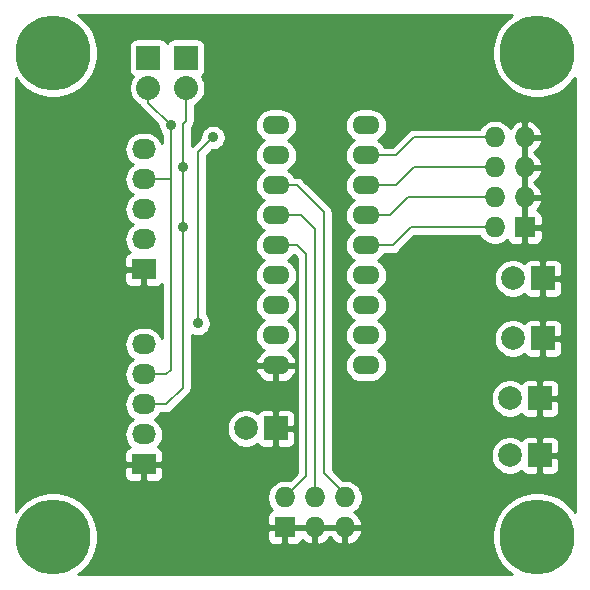
<source format=gbr>
%TF.GenerationSoftware,KiCad,Pcbnew,(5.1.10)-1*%
%TF.CreationDate,2022-04-08T13:50:54-04:00*%
%TF.ProjectId,I2CIO-8,49324349-4f2d-4382-9e6b-696361645f70,X3*%
%TF.SameCoordinates,Original*%
%TF.FileFunction,Copper,L2,Bot*%
%TF.FilePolarity,Positive*%
%FSLAX46Y46*%
G04 Gerber Fmt 4.6, Leading zero omitted, Abs format (unit mm)*
G04 Created by KiCad (PCBNEW (5.1.10)-1) date 2022-04-08 13:50:54*
%MOMM*%
%LPD*%
G01*
G04 APERTURE LIST*
%TA.AperFunction,ComponentPad*%
%ADD10O,2.300000X1.600000*%
%TD*%
%TA.AperFunction,ComponentPad*%
%ADD11C,6.350000*%
%TD*%
%TA.AperFunction,ComponentPad*%
%ADD12R,2.032000X2.032000*%
%TD*%
%TA.AperFunction,ComponentPad*%
%ADD13O,2.032000X2.032000*%
%TD*%
%TA.AperFunction,ComponentPad*%
%ADD14R,1.727200X1.727200*%
%TD*%
%TA.AperFunction,ComponentPad*%
%ADD15O,1.727200X1.727200*%
%TD*%
%TA.AperFunction,ComponentPad*%
%ADD16R,2.000000X2.000000*%
%TD*%
%TA.AperFunction,ComponentPad*%
%ADD17C,2.000000*%
%TD*%
%TA.AperFunction,ComponentPad*%
%ADD18R,2.032000X1.727200*%
%TD*%
%TA.AperFunction,ComponentPad*%
%ADD19O,2.032000X1.727200*%
%TD*%
%TA.AperFunction,ViaPad*%
%ADD20C,0.889000*%
%TD*%
%TA.AperFunction,Conductor*%
%ADD21C,0.203200*%
%TD*%
%TA.AperFunction,Conductor*%
%ADD22C,0.254000*%
%TD*%
%TA.AperFunction,Conductor*%
%ADD23C,0.150000*%
%TD*%
G04 APERTURE END LIST*
D10*
%TO.P,U1,1*%
%TO.N,/SCK*%
X22860000Y-10160000D03*
%TO.P,U1,2*%
%TO.N,/SDA*%
X22860000Y-12700000D03*
%TO.P,U1,3*%
%TO.N,/A2*%
X22860000Y-15240000D03*
%TO.P,U1,4*%
%TO.N,/A1*%
X22860000Y-17780000D03*
%TO.P,U1,5*%
%TO.N,/A0*%
X22860000Y-20320000D03*
%TO.P,U1,6*%
%TO.N,/RST*%
X22860000Y-22860000D03*
%TO.P,U1,7*%
%TO.N,N/C*%
X22860000Y-25400000D03*
%TO.P,U1,8*%
%TO.N,/INT*%
X22860000Y-27940000D03*
%TO.P,U1,9*%
%TO.N,GND*%
X22860000Y-30480000D03*
%TO.P,U1,10*%
%TO.N,Net-(R10-Pad2)*%
X30480000Y-30480000D03*
%TO.P,U1,11*%
%TO.N,Net-(R9-Pad2)*%
X30480000Y-27940000D03*
%TO.P,U1,12*%
%TO.N,Net-(R8-Pad2)*%
X30480000Y-25400000D03*
%TO.P,U1,13*%
%TO.N,Net-(R7-Pad2)*%
X30480000Y-22860000D03*
%TO.P,U1,14*%
%TO.N,Net-(H4-Pad2)*%
X30480000Y-20320000D03*
%TO.P,U1,15*%
%TO.N,Net-(H4-Pad4)*%
X30480000Y-17780000D03*
%TO.P,U1,16*%
%TO.N,Net-(H4-Pad6)*%
X30480000Y-15240000D03*
%TO.P,U1,17*%
%TO.N,Net-(H4-Pad8)*%
X30480000Y-12700000D03*
%TO.P,U1,18*%
%TO.N,VCC*%
X30480000Y-10160000D03*
%TD*%
D11*
%TO.P,MTG5,1*%
%TO.N,N/C*%
X4000000Y-45000000D03*
%TD*%
%TO.P,MTG6,1*%
%TO.N,N/C*%
X4000000Y-4000000D03*
%TD*%
%TO.P,MTG7,1*%
%TO.N,N/C*%
X45000000Y-45000000D03*
%TD*%
%TO.P,MTG?1,1*%
%TO.N,N/C*%
X45000000Y-4000000D03*
%TD*%
D12*
%TO.P,H8,1*%
%TO.N,Net-(H8-Pad1)*%
X12065000Y-4445000D03*
D13*
%TO.P,H8,2*%
%TO.N,/SCK*%
X12065000Y-6985000D03*
%TD*%
D12*
%TO.P,H9,1*%
%TO.N,Net-(H9-Pad1)*%
X15240000Y-4445000D03*
D13*
%TO.P,H9,2*%
%TO.N,/SDA*%
X15240000Y-6985000D03*
%TD*%
D14*
%TO.P,H4,1*%
%TO.N,GND*%
X43942000Y-18796000D03*
D15*
%TO.P,H4,2*%
%TO.N,Net-(H4-Pad2)*%
X41402000Y-18796000D03*
%TO.P,H4,3*%
%TO.N,GND*%
X43942000Y-16256000D03*
%TO.P,H4,4*%
%TO.N,Net-(H4-Pad4)*%
X41402000Y-16256000D03*
%TO.P,H4,5*%
%TO.N,GND*%
X43942000Y-13716000D03*
%TO.P,H4,6*%
%TO.N,Net-(H4-Pad6)*%
X41402000Y-13716000D03*
%TO.P,H4,7*%
%TO.N,GND*%
X43942000Y-11176000D03*
%TO.P,H4,8*%
%TO.N,Net-(H4-Pad8)*%
X41402000Y-11176000D03*
%TD*%
D16*
%TO.P,D0,1*%
%TO.N,GND*%
X45212000Y-38100000D03*
D17*
%TO.P,D0,2*%
%TO.N,Net-(D0-Pad2)*%
X42672000Y-38100000D03*
%TD*%
D16*
%TO.P,D1,1*%
%TO.N,GND*%
X45212000Y-33274000D03*
D17*
%TO.P,D1,2*%
%TO.N,Net-(D1-Pad2)*%
X42672000Y-33274000D03*
%TD*%
D16*
%TO.P,D2,1*%
%TO.N,GND*%
X45466000Y-28194000D03*
D17*
%TO.P,D2,2*%
%TO.N,Net-(D2-Pad2)*%
X42926000Y-28194000D03*
%TD*%
D16*
%TO.P,D3,1*%
%TO.N,GND*%
X45466000Y-23114000D03*
D17*
%TO.P,D3,2*%
%TO.N,Net-(D3-Pad2)*%
X42926000Y-23114000D03*
%TD*%
D16*
%TO.P,D9,1*%
%TO.N,GND*%
X22860000Y-35814000D03*
D17*
%TO.P,D9,2*%
%TO.N,Net-(D9-Pad2)*%
X20320000Y-35814000D03*
%TD*%
D14*
%TO.P,H5,1*%
%TO.N,GND*%
X23622000Y-44196000D03*
D15*
%TO.P,H5,2*%
%TO.N,/A0*%
X23622000Y-41656000D03*
%TO.P,H5,3*%
%TO.N,GND*%
X26162000Y-44196000D03*
%TO.P,H5,4*%
%TO.N,/A1*%
X26162000Y-41656000D03*
%TO.P,H5,5*%
%TO.N,GND*%
X28702000Y-44196000D03*
%TO.P,H5,6*%
%TO.N,/A2*%
X28702000Y-41656000D03*
%TD*%
D18*
%TO.P,J1,1*%
%TO.N,GND*%
X11684000Y-22352000D03*
D19*
%TO.P,J1,2*%
%TO.N,VCC*%
X11684000Y-19812000D03*
%TO.P,J1,3*%
%TO.N,/SDA*%
X11684000Y-17272000D03*
%TO.P,J1,4*%
%TO.N,/SCK*%
X11684000Y-14732000D03*
%TO.P,J1,5*%
%TO.N,/INT*%
X11684000Y-12192000D03*
%TD*%
D18*
%TO.P,J2,1*%
%TO.N,GND*%
X11684000Y-38862000D03*
D19*
%TO.P,J2,2*%
%TO.N,VCC*%
X11684000Y-36322000D03*
%TO.P,J2,3*%
%TO.N,/SDA*%
X11684000Y-33782000D03*
%TO.P,J2,4*%
%TO.N,/SCK*%
X11684000Y-31242000D03*
%TO.P,J2,5*%
%TO.N,/INT*%
X11684000Y-28702000D03*
%TD*%
D20*
%TO.N,/SCK*%
X13970000Y-10160000D03*
%TO.N,/SDA*%
X14986000Y-18796000D03*
X14986000Y-13716000D03*
%TO.N,GND*%
X30480000Y-36195000D03*
%TO.N,/INT*%
X16256000Y-26924000D03*
X17526000Y-11176000D03*
%TD*%
D21*
%TO.N,/A0*%
X25400000Y-21082000D02*
X25400000Y-31877000D01*
X24638000Y-20320000D02*
X25400000Y-21082000D01*
X22860000Y-20320000D02*
X24638000Y-20320000D01*
X25400000Y-31877000D02*
X25400000Y-32512000D01*
X25400000Y-39878000D02*
X23622000Y-41656000D01*
X25400000Y-32512000D02*
X25400000Y-39878000D01*
%TO.N,/A1*%
X22860000Y-17780000D02*
X25019000Y-17780000D01*
X26162000Y-18923000D02*
X25019000Y-17780000D01*
X26162000Y-41656000D02*
X26162000Y-18923000D01*
%TO.N,/A2*%
X22860000Y-15240000D02*
X24638000Y-15240000D01*
X26924000Y-39624000D02*
X26924000Y-17526000D01*
X26924000Y-17526000D02*
X24638000Y-15240000D01*
X28702000Y-41402000D02*
X26924000Y-39624000D01*
X28702000Y-41656000D02*
X28702000Y-41402000D01*
%TO.N,/SCK*%
X12954000Y-14732000D02*
X11684000Y-14732000D01*
X12954000Y-14732000D02*
X11684000Y-14732000D01*
X12065000Y-8255000D02*
X13970000Y-10160000D01*
X12065000Y-6985000D02*
X12065000Y-8255000D01*
X13589000Y-31242000D02*
X11684000Y-31242000D01*
X13970000Y-30861000D02*
X13589000Y-31242000D01*
X13970000Y-14732000D02*
X13970000Y-30861000D01*
X13970000Y-10160000D02*
X13970000Y-14732000D01*
X11684000Y-14732000D02*
X13970000Y-14732000D01*
%TO.N,/SDA*%
X14986000Y-32385000D02*
X14986000Y-24638000D01*
X13589000Y-33782000D02*
X14986000Y-32385000D01*
X14986000Y-18796000D02*
X14986000Y-24638000D01*
X11684000Y-33782000D02*
X13589000Y-33782000D01*
X15240000Y-9779000D02*
X15240000Y-6985000D01*
X14986000Y-10033000D02*
X15240000Y-9779000D01*
X14986000Y-12700000D02*
X14986000Y-10033000D01*
X14986000Y-13716000D02*
X14986000Y-12700000D01*
X14986000Y-17272000D02*
X14986000Y-18796000D01*
X14986000Y-17272000D02*
X14986000Y-13716000D01*
%TO.N,Net-(H4-Pad2)*%
X32766000Y-20320000D02*
X34290000Y-18796000D01*
X34290000Y-18796000D02*
X41402000Y-18796000D01*
X30480000Y-20320000D02*
X32766000Y-20320000D01*
%TO.N,Net-(H4-Pad4)*%
X32512000Y-17780000D02*
X34036000Y-16256000D01*
X34036000Y-16256000D02*
X41402000Y-16256000D01*
X30480000Y-17780000D02*
X32512000Y-17780000D01*
%TO.N,Net-(H4-Pad6)*%
X33020000Y-15240000D02*
X34544000Y-13716000D01*
X34544000Y-13716000D02*
X41402000Y-13716000D01*
X30480000Y-15240000D02*
X33020000Y-15240000D01*
%TO.N,Net-(H4-Pad8)*%
X33020000Y-12700000D02*
X34544000Y-11176000D01*
X34544000Y-11176000D02*
X41402000Y-11176000D01*
X30480000Y-12700000D02*
X33020000Y-12700000D01*
%TO.N,/INT*%
X16256000Y-26924000D02*
X16256000Y-25781000D01*
X22860000Y-27940000D02*
X23495000Y-27940000D01*
X16256000Y-14351000D02*
X16256000Y-25781000D01*
X16256000Y-25781000D02*
X16256000Y-26924000D01*
X17526000Y-11176000D02*
X16256000Y-12446000D01*
X16256000Y-12446000D02*
X16256000Y-14351000D01*
%TD*%
D22*
%TO.N,GND*%
X42571267Y-1040580D02*
X42040580Y-1571267D01*
X41623622Y-2195288D01*
X41336416Y-2888664D01*
X41190000Y-3624748D01*
X41190000Y-4375252D01*
X41336416Y-5111336D01*
X41623622Y-5804712D01*
X42040580Y-6428733D01*
X42571267Y-6959420D01*
X43195288Y-7376378D01*
X43888664Y-7663584D01*
X44624748Y-7810000D01*
X45375252Y-7810000D01*
X46111336Y-7663584D01*
X46804712Y-7376378D01*
X47428733Y-6959420D01*
X47959420Y-6428733D01*
X48174500Y-6106843D01*
X48174501Y-42893158D01*
X47959420Y-42571267D01*
X47428733Y-42040580D01*
X46804712Y-41623622D01*
X46111336Y-41336416D01*
X45375252Y-41190000D01*
X44624748Y-41190000D01*
X43888664Y-41336416D01*
X43195288Y-41623622D01*
X42571267Y-42040580D01*
X42040580Y-42571267D01*
X41623622Y-43195288D01*
X41336416Y-43888664D01*
X41190000Y-44624748D01*
X41190000Y-45375252D01*
X41336416Y-46111336D01*
X41623622Y-46804712D01*
X42040580Y-47428733D01*
X42571267Y-47959420D01*
X42893157Y-48174500D01*
X6106843Y-48174500D01*
X6428733Y-47959420D01*
X6959420Y-47428733D01*
X7376378Y-46804712D01*
X7663584Y-46111336D01*
X7810000Y-45375252D01*
X7810000Y-45059600D01*
X22120328Y-45059600D01*
X22132588Y-45184082D01*
X22168898Y-45303780D01*
X22227863Y-45414094D01*
X22307215Y-45510785D01*
X22403906Y-45590137D01*
X22514220Y-45649102D01*
X22633918Y-45685412D01*
X22758400Y-45697672D01*
X23336250Y-45694600D01*
X23495000Y-45535850D01*
X23495000Y-44323000D01*
X23749000Y-44323000D01*
X23749000Y-45535850D01*
X23907750Y-45694600D01*
X24485600Y-45697672D01*
X24610082Y-45685412D01*
X24729780Y-45649102D01*
X24840094Y-45590137D01*
X24936785Y-45510785D01*
X25016137Y-45414094D01*
X25075102Y-45303780D01*
X25094624Y-45239426D01*
X25151707Y-45302854D01*
X25387056Y-45478684D01*
X25652186Y-45605222D01*
X25802974Y-45650958D01*
X26035000Y-45529817D01*
X26035000Y-44323000D01*
X26289000Y-44323000D01*
X26289000Y-45529817D01*
X26521026Y-45650958D01*
X26671814Y-45605222D01*
X26936944Y-45478684D01*
X27172293Y-45302854D01*
X27368817Y-45084488D01*
X27432000Y-44978230D01*
X27495183Y-45084488D01*
X27691707Y-45302854D01*
X27927056Y-45478684D01*
X28192186Y-45605222D01*
X28342974Y-45650958D01*
X28575000Y-45529817D01*
X28575000Y-44323000D01*
X28829000Y-44323000D01*
X28829000Y-45529817D01*
X29061026Y-45650958D01*
X29211814Y-45605222D01*
X29476944Y-45478684D01*
X29712293Y-45302854D01*
X29908817Y-45084488D01*
X30058964Y-44831978D01*
X30156963Y-44555027D01*
X30036464Y-44323000D01*
X28829000Y-44323000D01*
X28575000Y-44323000D01*
X26289000Y-44323000D01*
X26035000Y-44323000D01*
X23749000Y-44323000D01*
X23495000Y-44323000D01*
X22282150Y-44323000D01*
X22123400Y-44481750D01*
X22120328Y-45059600D01*
X7810000Y-45059600D01*
X7810000Y-44624748D01*
X7663584Y-43888664D01*
X7376378Y-43195288D01*
X6959420Y-42571267D01*
X6428733Y-42040580D01*
X5804712Y-41623622D01*
X5111336Y-41336416D01*
X4375252Y-41190000D01*
X3624748Y-41190000D01*
X2888664Y-41336416D01*
X2195288Y-41623622D01*
X1571267Y-42040580D01*
X1040580Y-42571267D01*
X825500Y-42893157D01*
X825500Y-39725600D01*
X10029928Y-39725600D01*
X10042188Y-39850082D01*
X10078498Y-39969780D01*
X10137463Y-40080094D01*
X10216815Y-40176785D01*
X10313506Y-40256137D01*
X10423820Y-40315102D01*
X10543518Y-40351412D01*
X10668000Y-40363672D01*
X11398250Y-40360600D01*
X11557000Y-40201850D01*
X11557000Y-38989000D01*
X11811000Y-38989000D01*
X11811000Y-40201850D01*
X11969750Y-40360600D01*
X12700000Y-40363672D01*
X12824482Y-40351412D01*
X12944180Y-40315102D01*
X13054494Y-40256137D01*
X13151185Y-40176785D01*
X13230537Y-40080094D01*
X13289502Y-39969780D01*
X13325812Y-39850082D01*
X13338072Y-39725600D01*
X13335000Y-39147750D01*
X13176250Y-38989000D01*
X11811000Y-38989000D01*
X11557000Y-38989000D01*
X10191750Y-38989000D01*
X10033000Y-39147750D01*
X10029928Y-39725600D01*
X825500Y-39725600D01*
X825500Y-23215600D01*
X10029928Y-23215600D01*
X10042188Y-23340082D01*
X10078498Y-23459780D01*
X10137463Y-23570094D01*
X10216815Y-23666785D01*
X10313506Y-23746137D01*
X10423820Y-23805102D01*
X10543518Y-23841412D01*
X10668000Y-23853672D01*
X11398250Y-23850600D01*
X11557000Y-23691850D01*
X11557000Y-22479000D01*
X10191750Y-22479000D01*
X10033000Y-22637750D01*
X10029928Y-23215600D01*
X825500Y-23215600D01*
X825500Y-12192000D01*
X10025749Y-12192000D01*
X10054684Y-12485777D01*
X10140375Y-12768264D01*
X10279531Y-13028606D01*
X10466803Y-13256797D01*
X10694994Y-13444069D01*
X10728540Y-13462000D01*
X10694994Y-13479931D01*
X10466803Y-13667203D01*
X10279531Y-13895394D01*
X10140375Y-14155736D01*
X10054684Y-14438223D01*
X10025749Y-14732000D01*
X10054684Y-15025777D01*
X10140375Y-15308264D01*
X10279531Y-15568606D01*
X10466803Y-15796797D01*
X10694994Y-15984069D01*
X10728540Y-16002000D01*
X10694994Y-16019931D01*
X10466803Y-16207203D01*
X10279531Y-16435394D01*
X10140375Y-16695736D01*
X10054684Y-16978223D01*
X10025749Y-17272000D01*
X10054684Y-17565777D01*
X10140375Y-17848264D01*
X10279531Y-18108606D01*
X10466803Y-18336797D01*
X10694994Y-18524069D01*
X10728540Y-18542000D01*
X10694994Y-18559931D01*
X10466803Y-18747203D01*
X10279531Y-18975394D01*
X10140375Y-19235736D01*
X10054684Y-19518223D01*
X10025749Y-19812000D01*
X10054684Y-20105777D01*
X10140375Y-20388264D01*
X10279531Y-20648606D01*
X10466803Y-20876797D01*
X10474865Y-20883414D01*
X10423820Y-20898898D01*
X10313506Y-20957863D01*
X10216815Y-21037215D01*
X10137463Y-21133906D01*
X10078498Y-21244220D01*
X10042188Y-21363918D01*
X10029928Y-21488400D01*
X10033000Y-22066250D01*
X10191750Y-22225000D01*
X11557000Y-22225000D01*
X11557000Y-22205000D01*
X11811000Y-22205000D01*
X11811000Y-22225000D01*
X11831000Y-22225000D01*
X11831000Y-22479000D01*
X11811000Y-22479000D01*
X11811000Y-23691850D01*
X11969750Y-23850600D01*
X12700000Y-23853672D01*
X12824482Y-23841412D01*
X12944180Y-23805102D01*
X13054494Y-23746137D01*
X13151185Y-23666785D01*
X13230537Y-23570094D01*
X13233401Y-23564737D01*
X13233401Y-28144776D01*
X13227625Y-28125736D01*
X13088469Y-27865394D01*
X12901197Y-27637203D01*
X12673006Y-27449931D01*
X12412664Y-27310775D01*
X12130177Y-27225084D01*
X11910019Y-27203400D01*
X11457981Y-27203400D01*
X11237823Y-27225084D01*
X10955336Y-27310775D01*
X10694994Y-27449931D01*
X10466803Y-27637203D01*
X10279531Y-27865394D01*
X10140375Y-28125736D01*
X10054684Y-28408223D01*
X10025749Y-28702000D01*
X10054684Y-28995777D01*
X10140375Y-29278264D01*
X10279531Y-29538606D01*
X10466803Y-29766797D01*
X10694994Y-29954069D01*
X10728540Y-29972000D01*
X10694994Y-29989931D01*
X10466803Y-30177203D01*
X10279531Y-30405394D01*
X10140375Y-30665736D01*
X10054684Y-30948223D01*
X10025749Y-31242000D01*
X10054684Y-31535777D01*
X10140375Y-31818264D01*
X10279531Y-32078606D01*
X10466803Y-32306797D01*
X10694994Y-32494069D01*
X10728540Y-32512000D01*
X10694994Y-32529931D01*
X10466803Y-32717203D01*
X10279531Y-32945394D01*
X10140375Y-33205736D01*
X10054684Y-33488223D01*
X10025749Y-33782000D01*
X10054684Y-34075777D01*
X10140375Y-34358264D01*
X10279531Y-34618606D01*
X10466803Y-34846797D01*
X10694994Y-35034069D01*
X10728540Y-35052000D01*
X10694994Y-35069931D01*
X10466803Y-35257203D01*
X10279531Y-35485394D01*
X10140375Y-35745736D01*
X10054684Y-36028223D01*
X10025749Y-36322000D01*
X10054684Y-36615777D01*
X10140375Y-36898264D01*
X10279531Y-37158606D01*
X10466803Y-37386797D01*
X10474865Y-37393414D01*
X10423820Y-37408898D01*
X10313506Y-37467863D01*
X10216815Y-37547215D01*
X10137463Y-37643906D01*
X10078498Y-37754220D01*
X10042188Y-37873918D01*
X10029928Y-37998400D01*
X10033000Y-38576250D01*
X10191750Y-38735000D01*
X11557000Y-38735000D01*
X11557000Y-38715000D01*
X11811000Y-38715000D01*
X11811000Y-38735000D01*
X13176250Y-38735000D01*
X13335000Y-38576250D01*
X13338072Y-37998400D01*
X13325812Y-37873918D01*
X13289502Y-37754220D01*
X13230537Y-37643906D01*
X13151185Y-37547215D01*
X13054494Y-37467863D01*
X12944180Y-37408898D01*
X12893135Y-37393414D01*
X12901197Y-37386797D01*
X13088469Y-37158606D01*
X13227625Y-36898264D01*
X13313316Y-36615777D01*
X13342251Y-36322000D01*
X13313316Y-36028223D01*
X13227625Y-35745736D01*
X13178039Y-35652967D01*
X18685000Y-35652967D01*
X18685000Y-35975033D01*
X18747832Y-36290912D01*
X18871082Y-36588463D01*
X19050013Y-36856252D01*
X19277748Y-37083987D01*
X19545537Y-37262918D01*
X19843088Y-37386168D01*
X20158967Y-37449000D01*
X20481033Y-37449000D01*
X20796912Y-37386168D01*
X21094463Y-37262918D01*
X21304809Y-37122370D01*
X21329463Y-37168494D01*
X21408815Y-37265185D01*
X21505506Y-37344537D01*
X21615820Y-37403502D01*
X21735518Y-37439812D01*
X21860000Y-37452072D01*
X22574250Y-37449000D01*
X22733000Y-37290250D01*
X22733000Y-35941000D01*
X22987000Y-35941000D01*
X22987000Y-37290250D01*
X23145750Y-37449000D01*
X23860000Y-37452072D01*
X23984482Y-37439812D01*
X24104180Y-37403502D01*
X24214494Y-37344537D01*
X24311185Y-37265185D01*
X24390537Y-37168494D01*
X24449502Y-37058180D01*
X24485812Y-36938482D01*
X24498072Y-36814000D01*
X24495000Y-36099750D01*
X24336250Y-35941000D01*
X22987000Y-35941000D01*
X22733000Y-35941000D01*
X22713000Y-35941000D01*
X22713000Y-35687000D01*
X22733000Y-35687000D01*
X22733000Y-34337750D01*
X22987000Y-34337750D01*
X22987000Y-35687000D01*
X24336250Y-35687000D01*
X24495000Y-35528250D01*
X24498072Y-34814000D01*
X24485812Y-34689518D01*
X24449502Y-34569820D01*
X24390537Y-34459506D01*
X24311185Y-34362815D01*
X24214494Y-34283463D01*
X24104180Y-34224498D01*
X23984482Y-34188188D01*
X23860000Y-34175928D01*
X23145750Y-34179000D01*
X22987000Y-34337750D01*
X22733000Y-34337750D01*
X22574250Y-34179000D01*
X21860000Y-34175928D01*
X21735518Y-34188188D01*
X21615820Y-34224498D01*
X21505506Y-34283463D01*
X21408815Y-34362815D01*
X21329463Y-34459506D01*
X21304809Y-34505630D01*
X21094463Y-34365082D01*
X20796912Y-34241832D01*
X20481033Y-34179000D01*
X20158967Y-34179000D01*
X19843088Y-34241832D01*
X19545537Y-34365082D01*
X19277748Y-34544013D01*
X19050013Y-34771748D01*
X18871082Y-35039537D01*
X18747832Y-35337088D01*
X18685000Y-35652967D01*
X13178039Y-35652967D01*
X13088469Y-35485394D01*
X12901197Y-35257203D01*
X12673006Y-35069931D01*
X12639460Y-35052000D01*
X12673006Y-35034069D01*
X12901197Y-34846797D01*
X13088469Y-34618606D01*
X13141923Y-34518600D01*
X13552817Y-34518600D01*
X13589000Y-34522164D01*
X13625183Y-34518600D01*
X13625186Y-34518600D01*
X13733399Y-34507942D01*
X13872249Y-34465822D01*
X14000213Y-34397424D01*
X14112375Y-34305375D01*
X14135446Y-34277263D01*
X15481268Y-32931441D01*
X15509374Y-32908375D01*
X15601424Y-32796213D01*
X15669822Y-32668249D01*
X15711942Y-32529399D01*
X15722600Y-32421186D01*
X15722600Y-32421177D01*
X15726163Y-32385001D01*
X15722600Y-32348825D01*
X15722600Y-30829039D01*
X21118096Y-30829039D01*
X21135633Y-30911818D01*
X21246285Y-31171646D01*
X21405500Y-31404895D01*
X21607161Y-31602601D01*
X21843517Y-31757166D01*
X22105486Y-31862650D01*
X22383000Y-31915000D01*
X22733000Y-31915000D01*
X22733000Y-30607000D01*
X22987000Y-30607000D01*
X22987000Y-31915000D01*
X23337000Y-31915000D01*
X23614514Y-31862650D01*
X23876483Y-31757166D01*
X24112839Y-31602601D01*
X24314500Y-31404895D01*
X24473715Y-31171646D01*
X24584367Y-30911818D01*
X24601904Y-30829039D01*
X24479915Y-30607000D01*
X22987000Y-30607000D01*
X22733000Y-30607000D01*
X21240085Y-30607000D01*
X21118096Y-30829039D01*
X15722600Y-30829039D01*
X15722600Y-27865897D01*
X15744665Y-27880640D01*
X15941122Y-27962015D01*
X16149679Y-28003500D01*
X16362321Y-28003500D01*
X16570878Y-27962015D01*
X16767335Y-27880640D01*
X16944141Y-27762502D01*
X17094502Y-27612141D01*
X17212640Y-27435335D01*
X17294015Y-27238878D01*
X17335500Y-27030321D01*
X17335500Y-26817679D01*
X17294015Y-26609122D01*
X17212640Y-26412665D01*
X17094502Y-26235859D01*
X16992600Y-26133957D01*
X16992600Y-12751109D01*
X17488210Y-12255500D01*
X17632321Y-12255500D01*
X17840878Y-12214015D01*
X18037335Y-12132640D01*
X18214141Y-12014502D01*
X18364502Y-11864141D01*
X18482640Y-11687335D01*
X18564015Y-11490878D01*
X18605500Y-11282321D01*
X18605500Y-11069679D01*
X18564015Y-10861122D01*
X18482640Y-10664665D01*
X18364502Y-10487859D01*
X18214141Y-10337498D01*
X18037335Y-10219360D01*
X17894028Y-10160000D01*
X21068057Y-10160000D01*
X21095764Y-10441309D01*
X21177818Y-10711808D01*
X21311068Y-10961101D01*
X21490392Y-11179608D01*
X21708899Y-11358932D01*
X21841858Y-11430000D01*
X21708899Y-11501068D01*
X21490392Y-11680392D01*
X21311068Y-11898899D01*
X21177818Y-12148192D01*
X21095764Y-12418691D01*
X21068057Y-12700000D01*
X21095764Y-12981309D01*
X21177818Y-13251808D01*
X21311068Y-13501101D01*
X21490392Y-13719608D01*
X21708899Y-13898932D01*
X21841858Y-13970000D01*
X21708899Y-14041068D01*
X21490392Y-14220392D01*
X21311068Y-14438899D01*
X21177818Y-14688192D01*
X21095764Y-14958691D01*
X21068057Y-15240000D01*
X21095764Y-15521309D01*
X21177818Y-15791808D01*
X21311068Y-16041101D01*
X21490392Y-16259608D01*
X21708899Y-16438932D01*
X21841858Y-16510000D01*
X21708899Y-16581068D01*
X21490392Y-16760392D01*
X21311068Y-16978899D01*
X21177818Y-17228192D01*
X21095764Y-17498691D01*
X21068057Y-17780000D01*
X21095764Y-18061309D01*
X21177818Y-18331808D01*
X21311068Y-18581101D01*
X21490392Y-18799608D01*
X21708899Y-18978932D01*
X21841858Y-19050000D01*
X21708899Y-19121068D01*
X21490392Y-19300392D01*
X21311068Y-19518899D01*
X21177818Y-19768192D01*
X21095764Y-20038691D01*
X21068057Y-20320000D01*
X21095764Y-20601309D01*
X21177818Y-20871808D01*
X21311068Y-21121101D01*
X21490392Y-21339608D01*
X21708899Y-21518932D01*
X21841858Y-21590000D01*
X21708899Y-21661068D01*
X21490392Y-21840392D01*
X21311068Y-22058899D01*
X21177818Y-22308192D01*
X21095764Y-22578691D01*
X21068057Y-22860000D01*
X21095764Y-23141309D01*
X21177818Y-23411808D01*
X21311068Y-23661101D01*
X21490392Y-23879608D01*
X21708899Y-24058932D01*
X21841858Y-24130000D01*
X21708899Y-24201068D01*
X21490392Y-24380392D01*
X21311068Y-24598899D01*
X21177818Y-24848192D01*
X21095764Y-25118691D01*
X21068057Y-25400000D01*
X21095764Y-25681309D01*
X21177818Y-25951808D01*
X21311068Y-26201101D01*
X21490392Y-26419608D01*
X21708899Y-26598932D01*
X21841858Y-26670000D01*
X21708899Y-26741068D01*
X21490392Y-26920392D01*
X21311068Y-27138899D01*
X21177818Y-27388192D01*
X21095764Y-27658691D01*
X21068057Y-27940000D01*
X21095764Y-28221309D01*
X21177818Y-28491808D01*
X21311068Y-28741101D01*
X21490392Y-28959608D01*
X21708899Y-29138932D01*
X21836741Y-29207265D01*
X21607161Y-29357399D01*
X21405500Y-29555105D01*
X21246285Y-29788354D01*
X21135633Y-30048182D01*
X21118096Y-30130961D01*
X21240085Y-30353000D01*
X22733000Y-30353000D01*
X22733000Y-30333000D01*
X22987000Y-30333000D01*
X22987000Y-30353000D01*
X24479915Y-30353000D01*
X24601904Y-30130961D01*
X24584367Y-30048182D01*
X24473715Y-29788354D01*
X24314500Y-29555105D01*
X24112839Y-29357399D01*
X23883259Y-29207265D01*
X24011101Y-29138932D01*
X24229608Y-28959608D01*
X24408932Y-28741101D01*
X24542182Y-28491808D01*
X24624236Y-28221309D01*
X24651943Y-27940000D01*
X24624236Y-27658691D01*
X24542182Y-27388192D01*
X24408932Y-27138899D01*
X24229608Y-26920392D01*
X24011101Y-26741068D01*
X23878142Y-26670000D01*
X24011101Y-26598932D01*
X24229608Y-26419608D01*
X24408932Y-26201101D01*
X24542182Y-25951808D01*
X24624236Y-25681309D01*
X24651943Y-25400000D01*
X24624236Y-25118691D01*
X24542182Y-24848192D01*
X24408932Y-24598899D01*
X24229608Y-24380392D01*
X24011101Y-24201068D01*
X23878142Y-24130000D01*
X24011101Y-24058932D01*
X24229608Y-23879608D01*
X24408932Y-23661101D01*
X24542182Y-23411808D01*
X24624236Y-23141309D01*
X24651943Y-22860000D01*
X24624236Y-22578691D01*
X24542182Y-22308192D01*
X24408932Y-22058899D01*
X24229608Y-21840392D01*
X24011101Y-21661068D01*
X23878142Y-21590000D01*
X24011101Y-21518932D01*
X24229608Y-21339608D01*
X24403730Y-21127440D01*
X24663400Y-21387110D01*
X24663401Y-31840805D01*
X24663400Y-31840815D01*
X24663400Y-32475815D01*
X24663401Y-39572889D01*
X24027576Y-40208715D01*
X23769599Y-40157400D01*
X23474401Y-40157400D01*
X23184875Y-40214990D01*
X22912147Y-40327958D01*
X22666698Y-40491961D01*
X22457961Y-40700698D01*
X22293958Y-40946147D01*
X22180990Y-41218875D01*
X22123400Y-41508401D01*
X22123400Y-41803599D01*
X22180990Y-42093125D01*
X22293958Y-42365853D01*
X22457961Y-42611302D01*
X22572023Y-42725364D01*
X22514220Y-42742898D01*
X22403906Y-42801863D01*
X22307215Y-42881215D01*
X22227863Y-42977906D01*
X22168898Y-43088220D01*
X22132588Y-43207918D01*
X22120328Y-43332400D01*
X22123400Y-43910250D01*
X22282150Y-44069000D01*
X23495000Y-44069000D01*
X23495000Y-44049000D01*
X23749000Y-44049000D01*
X23749000Y-44069000D01*
X26035000Y-44069000D01*
X26035000Y-44049000D01*
X26289000Y-44049000D01*
X26289000Y-44069000D01*
X28575000Y-44069000D01*
X28575000Y-44049000D01*
X28829000Y-44049000D01*
X28829000Y-44069000D01*
X30036464Y-44069000D01*
X30156963Y-43836973D01*
X30058964Y-43560022D01*
X29908817Y-43307512D01*
X29712293Y-43089146D01*
X29496187Y-42927692D01*
X29657302Y-42820039D01*
X29866039Y-42611302D01*
X30030042Y-42365853D01*
X30143010Y-42093125D01*
X30200600Y-41803599D01*
X30200600Y-41508401D01*
X30143010Y-41218875D01*
X30030042Y-40946147D01*
X29866039Y-40700698D01*
X29657302Y-40491961D01*
X29411853Y-40327958D01*
X29139125Y-40214990D01*
X28849599Y-40157400D01*
X28554401Y-40157400D01*
X28508283Y-40166573D01*
X27660600Y-39318891D01*
X27660600Y-37938967D01*
X41037000Y-37938967D01*
X41037000Y-38261033D01*
X41099832Y-38576912D01*
X41223082Y-38874463D01*
X41402013Y-39142252D01*
X41629748Y-39369987D01*
X41897537Y-39548918D01*
X42195088Y-39672168D01*
X42510967Y-39735000D01*
X42833033Y-39735000D01*
X43148912Y-39672168D01*
X43446463Y-39548918D01*
X43656809Y-39408370D01*
X43681463Y-39454494D01*
X43760815Y-39551185D01*
X43857506Y-39630537D01*
X43967820Y-39689502D01*
X44087518Y-39725812D01*
X44212000Y-39738072D01*
X44926250Y-39735000D01*
X45085000Y-39576250D01*
X45085000Y-38227000D01*
X45339000Y-38227000D01*
X45339000Y-39576250D01*
X45497750Y-39735000D01*
X46212000Y-39738072D01*
X46336482Y-39725812D01*
X46456180Y-39689502D01*
X46566494Y-39630537D01*
X46663185Y-39551185D01*
X46742537Y-39454494D01*
X46801502Y-39344180D01*
X46837812Y-39224482D01*
X46850072Y-39100000D01*
X46847000Y-38385750D01*
X46688250Y-38227000D01*
X45339000Y-38227000D01*
X45085000Y-38227000D01*
X45065000Y-38227000D01*
X45065000Y-37973000D01*
X45085000Y-37973000D01*
X45085000Y-36623750D01*
X45339000Y-36623750D01*
X45339000Y-37973000D01*
X46688250Y-37973000D01*
X46847000Y-37814250D01*
X46850072Y-37100000D01*
X46837812Y-36975518D01*
X46801502Y-36855820D01*
X46742537Y-36745506D01*
X46663185Y-36648815D01*
X46566494Y-36569463D01*
X46456180Y-36510498D01*
X46336482Y-36474188D01*
X46212000Y-36461928D01*
X45497750Y-36465000D01*
X45339000Y-36623750D01*
X45085000Y-36623750D01*
X44926250Y-36465000D01*
X44212000Y-36461928D01*
X44087518Y-36474188D01*
X43967820Y-36510498D01*
X43857506Y-36569463D01*
X43760815Y-36648815D01*
X43681463Y-36745506D01*
X43656809Y-36791630D01*
X43446463Y-36651082D01*
X43148912Y-36527832D01*
X42833033Y-36465000D01*
X42510967Y-36465000D01*
X42195088Y-36527832D01*
X41897537Y-36651082D01*
X41629748Y-36830013D01*
X41402013Y-37057748D01*
X41223082Y-37325537D01*
X41099832Y-37623088D01*
X41037000Y-37938967D01*
X27660600Y-37938967D01*
X27660600Y-33112967D01*
X41037000Y-33112967D01*
X41037000Y-33435033D01*
X41099832Y-33750912D01*
X41223082Y-34048463D01*
X41402013Y-34316252D01*
X41629748Y-34543987D01*
X41897537Y-34722918D01*
X42195088Y-34846168D01*
X42510967Y-34909000D01*
X42833033Y-34909000D01*
X43148912Y-34846168D01*
X43446463Y-34722918D01*
X43656809Y-34582370D01*
X43681463Y-34628494D01*
X43760815Y-34725185D01*
X43857506Y-34804537D01*
X43967820Y-34863502D01*
X44087518Y-34899812D01*
X44212000Y-34912072D01*
X44926250Y-34909000D01*
X45085000Y-34750250D01*
X45085000Y-33401000D01*
X45339000Y-33401000D01*
X45339000Y-34750250D01*
X45497750Y-34909000D01*
X46212000Y-34912072D01*
X46336482Y-34899812D01*
X46456180Y-34863502D01*
X46566494Y-34804537D01*
X46663185Y-34725185D01*
X46742537Y-34628494D01*
X46801502Y-34518180D01*
X46837812Y-34398482D01*
X46850072Y-34274000D01*
X46847000Y-33559750D01*
X46688250Y-33401000D01*
X45339000Y-33401000D01*
X45085000Y-33401000D01*
X45065000Y-33401000D01*
X45065000Y-33147000D01*
X45085000Y-33147000D01*
X45085000Y-31797750D01*
X45339000Y-31797750D01*
X45339000Y-33147000D01*
X46688250Y-33147000D01*
X46847000Y-32988250D01*
X46850072Y-32274000D01*
X46837812Y-32149518D01*
X46801502Y-32029820D01*
X46742537Y-31919506D01*
X46663185Y-31822815D01*
X46566494Y-31743463D01*
X46456180Y-31684498D01*
X46336482Y-31648188D01*
X46212000Y-31635928D01*
X45497750Y-31639000D01*
X45339000Y-31797750D01*
X45085000Y-31797750D01*
X44926250Y-31639000D01*
X44212000Y-31635928D01*
X44087518Y-31648188D01*
X43967820Y-31684498D01*
X43857506Y-31743463D01*
X43760815Y-31822815D01*
X43681463Y-31919506D01*
X43656809Y-31965630D01*
X43446463Y-31825082D01*
X43148912Y-31701832D01*
X42833033Y-31639000D01*
X42510967Y-31639000D01*
X42195088Y-31701832D01*
X41897537Y-31825082D01*
X41629748Y-32004013D01*
X41402013Y-32231748D01*
X41223082Y-32499537D01*
X41099832Y-32797088D01*
X41037000Y-33112967D01*
X27660600Y-33112967D01*
X27660600Y-17562175D01*
X27664163Y-17525999D01*
X27660600Y-17489823D01*
X27660600Y-17489814D01*
X27649942Y-17381601D01*
X27607822Y-17242751D01*
X27539424Y-17114787D01*
X27447375Y-17002625D01*
X27419269Y-16979559D01*
X25184446Y-14744736D01*
X25161375Y-14716625D01*
X25049213Y-14624576D01*
X24921249Y-14556178D01*
X24782399Y-14514058D01*
X24674186Y-14503400D01*
X24674183Y-14503400D01*
X24638000Y-14499836D01*
X24601817Y-14503400D01*
X24443409Y-14503400D01*
X24408932Y-14438899D01*
X24229608Y-14220392D01*
X24011101Y-14041068D01*
X23878142Y-13970000D01*
X24011101Y-13898932D01*
X24229608Y-13719608D01*
X24408932Y-13501101D01*
X24542182Y-13251808D01*
X24624236Y-12981309D01*
X24651943Y-12700000D01*
X24624236Y-12418691D01*
X24542182Y-12148192D01*
X24408932Y-11898899D01*
X24229608Y-11680392D01*
X24011101Y-11501068D01*
X23878142Y-11430000D01*
X24011101Y-11358932D01*
X24229608Y-11179608D01*
X24408932Y-10961101D01*
X24542182Y-10711808D01*
X24624236Y-10441309D01*
X24651943Y-10160000D01*
X28688057Y-10160000D01*
X28715764Y-10441309D01*
X28797818Y-10711808D01*
X28931068Y-10961101D01*
X29110392Y-11179608D01*
X29328899Y-11358932D01*
X29461858Y-11430000D01*
X29328899Y-11501068D01*
X29110392Y-11680392D01*
X28931068Y-11898899D01*
X28797818Y-12148192D01*
X28715764Y-12418691D01*
X28688057Y-12700000D01*
X28715764Y-12981309D01*
X28797818Y-13251808D01*
X28931068Y-13501101D01*
X29110392Y-13719608D01*
X29328899Y-13898932D01*
X29461858Y-13970000D01*
X29328899Y-14041068D01*
X29110392Y-14220392D01*
X28931068Y-14438899D01*
X28797818Y-14688192D01*
X28715764Y-14958691D01*
X28688057Y-15240000D01*
X28715764Y-15521309D01*
X28797818Y-15791808D01*
X28931068Y-16041101D01*
X29110392Y-16259608D01*
X29328899Y-16438932D01*
X29461858Y-16510000D01*
X29328899Y-16581068D01*
X29110392Y-16760392D01*
X28931068Y-16978899D01*
X28797818Y-17228192D01*
X28715764Y-17498691D01*
X28688057Y-17780000D01*
X28715764Y-18061309D01*
X28797818Y-18331808D01*
X28931068Y-18581101D01*
X29110392Y-18799608D01*
X29328899Y-18978932D01*
X29461858Y-19050000D01*
X29328899Y-19121068D01*
X29110392Y-19300392D01*
X28931068Y-19518899D01*
X28797818Y-19768192D01*
X28715764Y-20038691D01*
X28688057Y-20320000D01*
X28715764Y-20601309D01*
X28797818Y-20871808D01*
X28931068Y-21121101D01*
X29110392Y-21339608D01*
X29328899Y-21518932D01*
X29461858Y-21590000D01*
X29328899Y-21661068D01*
X29110392Y-21840392D01*
X28931068Y-22058899D01*
X28797818Y-22308192D01*
X28715764Y-22578691D01*
X28688057Y-22860000D01*
X28715764Y-23141309D01*
X28797818Y-23411808D01*
X28931068Y-23661101D01*
X29110392Y-23879608D01*
X29328899Y-24058932D01*
X29461858Y-24130000D01*
X29328899Y-24201068D01*
X29110392Y-24380392D01*
X28931068Y-24598899D01*
X28797818Y-24848192D01*
X28715764Y-25118691D01*
X28688057Y-25400000D01*
X28715764Y-25681309D01*
X28797818Y-25951808D01*
X28931068Y-26201101D01*
X29110392Y-26419608D01*
X29328899Y-26598932D01*
X29461858Y-26670000D01*
X29328899Y-26741068D01*
X29110392Y-26920392D01*
X28931068Y-27138899D01*
X28797818Y-27388192D01*
X28715764Y-27658691D01*
X28688057Y-27940000D01*
X28715764Y-28221309D01*
X28797818Y-28491808D01*
X28931068Y-28741101D01*
X29110392Y-28959608D01*
X29328899Y-29138932D01*
X29461858Y-29210000D01*
X29328899Y-29281068D01*
X29110392Y-29460392D01*
X28931068Y-29678899D01*
X28797818Y-29928192D01*
X28715764Y-30198691D01*
X28688057Y-30480000D01*
X28715764Y-30761309D01*
X28797818Y-31031808D01*
X28931068Y-31281101D01*
X29110392Y-31499608D01*
X29328899Y-31678932D01*
X29578192Y-31812182D01*
X29848691Y-31894236D01*
X30059508Y-31915000D01*
X30900492Y-31915000D01*
X31111309Y-31894236D01*
X31381808Y-31812182D01*
X31631101Y-31678932D01*
X31849608Y-31499608D01*
X32028932Y-31281101D01*
X32162182Y-31031808D01*
X32244236Y-30761309D01*
X32271943Y-30480000D01*
X32244236Y-30198691D01*
X32162182Y-29928192D01*
X32028932Y-29678899D01*
X31849608Y-29460392D01*
X31631101Y-29281068D01*
X31498142Y-29210000D01*
X31631101Y-29138932D01*
X31849608Y-28959608D01*
X32028932Y-28741101D01*
X32162182Y-28491808D01*
X32244236Y-28221309D01*
X32262786Y-28032967D01*
X41291000Y-28032967D01*
X41291000Y-28355033D01*
X41353832Y-28670912D01*
X41477082Y-28968463D01*
X41656013Y-29236252D01*
X41883748Y-29463987D01*
X42151537Y-29642918D01*
X42449088Y-29766168D01*
X42764967Y-29829000D01*
X43087033Y-29829000D01*
X43402912Y-29766168D01*
X43700463Y-29642918D01*
X43910809Y-29502370D01*
X43935463Y-29548494D01*
X44014815Y-29645185D01*
X44111506Y-29724537D01*
X44221820Y-29783502D01*
X44341518Y-29819812D01*
X44466000Y-29832072D01*
X45180250Y-29829000D01*
X45339000Y-29670250D01*
X45339000Y-28321000D01*
X45593000Y-28321000D01*
X45593000Y-29670250D01*
X45751750Y-29829000D01*
X46466000Y-29832072D01*
X46590482Y-29819812D01*
X46710180Y-29783502D01*
X46820494Y-29724537D01*
X46917185Y-29645185D01*
X46996537Y-29548494D01*
X47055502Y-29438180D01*
X47091812Y-29318482D01*
X47104072Y-29194000D01*
X47101000Y-28479750D01*
X46942250Y-28321000D01*
X45593000Y-28321000D01*
X45339000Y-28321000D01*
X45319000Y-28321000D01*
X45319000Y-28067000D01*
X45339000Y-28067000D01*
X45339000Y-26717750D01*
X45593000Y-26717750D01*
X45593000Y-28067000D01*
X46942250Y-28067000D01*
X47101000Y-27908250D01*
X47104072Y-27194000D01*
X47091812Y-27069518D01*
X47055502Y-26949820D01*
X46996537Y-26839506D01*
X46917185Y-26742815D01*
X46820494Y-26663463D01*
X46710180Y-26604498D01*
X46590482Y-26568188D01*
X46466000Y-26555928D01*
X45751750Y-26559000D01*
X45593000Y-26717750D01*
X45339000Y-26717750D01*
X45180250Y-26559000D01*
X44466000Y-26555928D01*
X44341518Y-26568188D01*
X44221820Y-26604498D01*
X44111506Y-26663463D01*
X44014815Y-26742815D01*
X43935463Y-26839506D01*
X43910809Y-26885630D01*
X43700463Y-26745082D01*
X43402912Y-26621832D01*
X43087033Y-26559000D01*
X42764967Y-26559000D01*
X42449088Y-26621832D01*
X42151537Y-26745082D01*
X41883748Y-26924013D01*
X41656013Y-27151748D01*
X41477082Y-27419537D01*
X41353832Y-27717088D01*
X41291000Y-28032967D01*
X32262786Y-28032967D01*
X32271943Y-27940000D01*
X32244236Y-27658691D01*
X32162182Y-27388192D01*
X32028932Y-27138899D01*
X31849608Y-26920392D01*
X31631101Y-26741068D01*
X31498142Y-26670000D01*
X31631101Y-26598932D01*
X31849608Y-26419608D01*
X32028932Y-26201101D01*
X32162182Y-25951808D01*
X32244236Y-25681309D01*
X32271943Y-25400000D01*
X32244236Y-25118691D01*
X32162182Y-24848192D01*
X32028932Y-24598899D01*
X31849608Y-24380392D01*
X31631101Y-24201068D01*
X31498142Y-24130000D01*
X31631101Y-24058932D01*
X31849608Y-23879608D01*
X32028932Y-23661101D01*
X32162182Y-23411808D01*
X32244236Y-23141309D01*
X32262786Y-22952967D01*
X41291000Y-22952967D01*
X41291000Y-23275033D01*
X41353832Y-23590912D01*
X41477082Y-23888463D01*
X41656013Y-24156252D01*
X41883748Y-24383987D01*
X42151537Y-24562918D01*
X42449088Y-24686168D01*
X42764967Y-24749000D01*
X43087033Y-24749000D01*
X43402912Y-24686168D01*
X43700463Y-24562918D01*
X43910809Y-24422370D01*
X43935463Y-24468494D01*
X44014815Y-24565185D01*
X44111506Y-24644537D01*
X44221820Y-24703502D01*
X44341518Y-24739812D01*
X44466000Y-24752072D01*
X45180250Y-24749000D01*
X45339000Y-24590250D01*
X45339000Y-23241000D01*
X45593000Y-23241000D01*
X45593000Y-24590250D01*
X45751750Y-24749000D01*
X46466000Y-24752072D01*
X46590482Y-24739812D01*
X46710180Y-24703502D01*
X46820494Y-24644537D01*
X46917185Y-24565185D01*
X46996537Y-24468494D01*
X47055502Y-24358180D01*
X47091812Y-24238482D01*
X47104072Y-24114000D01*
X47101000Y-23399750D01*
X46942250Y-23241000D01*
X45593000Y-23241000D01*
X45339000Y-23241000D01*
X45319000Y-23241000D01*
X45319000Y-22987000D01*
X45339000Y-22987000D01*
X45339000Y-21637750D01*
X45593000Y-21637750D01*
X45593000Y-22987000D01*
X46942250Y-22987000D01*
X47101000Y-22828250D01*
X47104072Y-22114000D01*
X47091812Y-21989518D01*
X47055502Y-21869820D01*
X46996537Y-21759506D01*
X46917185Y-21662815D01*
X46820494Y-21583463D01*
X46710180Y-21524498D01*
X46590482Y-21488188D01*
X46466000Y-21475928D01*
X45751750Y-21479000D01*
X45593000Y-21637750D01*
X45339000Y-21637750D01*
X45180250Y-21479000D01*
X44466000Y-21475928D01*
X44341518Y-21488188D01*
X44221820Y-21524498D01*
X44111506Y-21583463D01*
X44014815Y-21662815D01*
X43935463Y-21759506D01*
X43910809Y-21805630D01*
X43700463Y-21665082D01*
X43402912Y-21541832D01*
X43087033Y-21479000D01*
X42764967Y-21479000D01*
X42449088Y-21541832D01*
X42151537Y-21665082D01*
X41883748Y-21844013D01*
X41656013Y-22071748D01*
X41477082Y-22339537D01*
X41353832Y-22637088D01*
X41291000Y-22952967D01*
X32262786Y-22952967D01*
X32271943Y-22860000D01*
X32244236Y-22578691D01*
X32162182Y-22308192D01*
X32028932Y-22058899D01*
X31849608Y-21840392D01*
X31631101Y-21661068D01*
X31498142Y-21590000D01*
X31631101Y-21518932D01*
X31849608Y-21339608D01*
X32028932Y-21121101D01*
X32063409Y-21056600D01*
X32729817Y-21056600D01*
X32766000Y-21060164D01*
X32802183Y-21056600D01*
X32802186Y-21056600D01*
X32910399Y-21045942D01*
X33049249Y-21003822D01*
X33177213Y-20935424D01*
X33289375Y-20843375D01*
X33312446Y-20815263D01*
X34595109Y-19532600D01*
X40091830Y-19532600D01*
X40237961Y-19751302D01*
X40446698Y-19960039D01*
X40692147Y-20124042D01*
X40964875Y-20237010D01*
X41254401Y-20294600D01*
X41549599Y-20294600D01*
X41839125Y-20237010D01*
X42111853Y-20124042D01*
X42357302Y-19960039D01*
X42471364Y-19845977D01*
X42488898Y-19903780D01*
X42547863Y-20014094D01*
X42627215Y-20110785D01*
X42723906Y-20190137D01*
X42834220Y-20249102D01*
X42953918Y-20285412D01*
X43078400Y-20297672D01*
X43656250Y-20294600D01*
X43815000Y-20135850D01*
X43815000Y-18923000D01*
X44069000Y-18923000D01*
X44069000Y-20135850D01*
X44227750Y-20294600D01*
X44805600Y-20297672D01*
X44930082Y-20285412D01*
X45049780Y-20249102D01*
X45160094Y-20190137D01*
X45256785Y-20110785D01*
X45336137Y-20014094D01*
X45395102Y-19903780D01*
X45431412Y-19784082D01*
X45443672Y-19659600D01*
X45440600Y-19081750D01*
X45281850Y-18923000D01*
X44069000Y-18923000D01*
X43815000Y-18923000D01*
X43795000Y-18923000D01*
X43795000Y-18669000D01*
X43815000Y-18669000D01*
X43815000Y-16383000D01*
X44069000Y-16383000D01*
X44069000Y-18669000D01*
X45281850Y-18669000D01*
X45440600Y-18510250D01*
X45443672Y-17932400D01*
X45431412Y-17807918D01*
X45395102Y-17688220D01*
X45336137Y-17577906D01*
X45256785Y-17481215D01*
X45160094Y-17401863D01*
X45049780Y-17342898D01*
X44985426Y-17323376D01*
X45048854Y-17266293D01*
X45224684Y-17030944D01*
X45351222Y-16765814D01*
X45396958Y-16615026D01*
X45275817Y-16383000D01*
X44069000Y-16383000D01*
X43815000Y-16383000D01*
X43795000Y-16383000D01*
X43795000Y-16129000D01*
X43815000Y-16129000D01*
X43815000Y-13843000D01*
X44069000Y-13843000D01*
X44069000Y-16129000D01*
X45275817Y-16129000D01*
X45396958Y-15896974D01*
X45351222Y-15746186D01*
X45224684Y-15481056D01*
X45048854Y-15245707D01*
X44830488Y-15049183D01*
X44724230Y-14986000D01*
X44830488Y-14922817D01*
X45048854Y-14726293D01*
X45224684Y-14490944D01*
X45351222Y-14225814D01*
X45396958Y-14075026D01*
X45275817Y-13843000D01*
X44069000Y-13843000D01*
X43815000Y-13843000D01*
X43795000Y-13843000D01*
X43795000Y-13589000D01*
X43815000Y-13589000D01*
X43815000Y-11303000D01*
X44069000Y-11303000D01*
X44069000Y-13589000D01*
X45275817Y-13589000D01*
X45396958Y-13356974D01*
X45351222Y-13206186D01*
X45224684Y-12941056D01*
X45048854Y-12705707D01*
X44830488Y-12509183D01*
X44724230Y-12446000D01*
X44830488Y-12382817D01*
X45048854Y-12186293D01*
X45224684Y-11950944D01*
X45351222Y-11685814D01*
X45396958Y-11535026D01*
X45275817Y-11303000D01*
X44069000Y-11303000D01*
X43815000Y-11303000D01*
X43795000Y-11303000D01*
X43795000Y-11049000D01*
X43815000Y-11049000D01*
X43815000Y-9841536D01*
X44069000Y-9841536D01*
X44069000Y-11049000D01*
X45275817Y-11049000D01*
X45396958Y-10816974D01*
X45351222Y-10666186D01*
X45224684Y-10401056D01*
X45048854Y-10165707D01*
X44830488Y-9969183D01*
X44577978Y-9819036D01*
X44301027Y-9721037D01*
X44069000Y-9841536D01*
X43815000Y-9841536D01*
X43582973Y-9721037D01*
X43306022Y-9819036D01*
X43053512Y-9969183D01*
X42835146Y-10165707D01*
X42673692Y-10381813D01*
X42566039Y-10220698D01*
X42357302Y-10011961D01*
X42111853Y-9847958D01*
X41839125Y-9734990D01*
X41549599Y-9677400D01*
X41254401Y-9677400D01*
X40964875Y-9734990D01*
X40692147Y-9847958D01*
X40446698Y-10011961D01*
X40237961Y-10220698D01*
X40091830Y-10439400D01*
X34580175Y-10439400D01*
X34543999Y-10435837D01*
X34507823Y-10439400D01*
X34507814Y-10439400D01*
X34399601Y-10450058D01*
X34260751Y-10492178D01*
X34132787Y-10560576D01*
X34020625Y-10652625D01*
X33997554Y-10680737D01*
X32714891Y-11963400D01*
X32063409Y-11963400D01*
X32028932Y-11898899D01*
X31849608Y-11680392D01*
X31631101Y-11501068D01*
X31498142Y-11430000D01*
X31631101Y-11358932D01*
X31849608Y-11179608D01*
X32028932Y-10961101D01*
X32162182Y-10711808D01*
X32244236Y-10441309D01*
X32271943Y-10160000D01*
X32244236Y-9878691D01*
X32162182Y-9608192D01*
X32028932Y-9358899D01*
X31849608Y-9140392D01*
X31631101Y-8961068D01*
X31381808Y-8827818D01*
X31111309Y-8745764D01*
X30900492Y-8725000D01*
X30059508Y-8725000D01*
X29848691Y-8745764D01*
X29578192Y-8827818D01*
X29328899Y-8961068D01*
X29110392Y-9140392D01*
X28931068Y-9358899D01*
X28797818Y-9608192D01*
X28715764Y-9878691D01*
X28688057Y-10160000D01*
X24651943Y-10160000D01*
X24624236Y-9878691D01*
X24542182Y-9608192D01*
X24408932Y-9358899D01*
X24229608Y-9140392D01*
X24011101Y-8961068D01*
X23761808Y-8827818D01*
X23491309Y-8745764D01*
X23280492Y-8725000D01*
X22439508Y-8725000D01*
X22228691Y-8745764D01*
X21958192Y-8827818D01*
X21708899Y-8961068D01*
X21490392Y-9140392D01*
X21311068Y-9358899D01*
X21177818Y-9608192D01*
X21095764Y-9878691D01*
X21068057Y-10160000D01*
X17894028Y-10160000D01*
X17840878Y-10137985D01*
X17632321Y-10096500D01*
X17419679Y-10096500D01*
X17211122Y-10137985D01*
X17014665Y-10219360D01*
X16837859Y-10337498D01*
X16687498Y-10487859D01*
X16569360Y-10664665D01*
X16487985Y-10861122D01*
X16446500Y-11069679D01*
X16446500Y-11213790D01*
X15760732Y-11899559D01*
X15732625Y-11922626D01*
X15722600Y-11934841D01*
X15722600Y-10338109D01*
X15735268Y-10325441D01*
X15763374Y-10302375D01*
X15855424Y-10190213D01*
X15923822Y-10062249D01*
X15965942Y-9923399D01*
X15976600Y-9815186D01*
X15976600Y-9815177D01*
X15980163Y-9779001D01*
X15976600Y-9742825D01*
X15976600Y-8466920D01*
X16022042Y-8448097D01*
X16292451Y-8267415D01*
X16522415Y-8037451D01*
X16703097Y-7767042D01*
X16827553Y-7466579D01*
X16891000Y-7147609D01*
X16891000Y-6822391D01*
X16827553Y-6503421D01*
X16703097Y-6202958D01*
X16574636Y-6010704D01*
X16610494Y-5991537D01*
X16707185Y-5912185D01*
X16786537Y-5815494D01*
X16845502Y-5705180D01*
X16881812Y-5585482D01*
X16894072Y-5461000D01*
X16894072Y-3429000D01*
X16881812Y-3304518D01*
X16845502Y-3184820D01*
X16786537Y-3074506D01*
X16707185Y-2977815D01*
X16610494Y-2898463D01*
X16500180Y-2839498D01*
X16380482Y-2803188D01*
X16256000Y-2790928D01*
X14224000Y-2790928D01*
X14099518Y-2803188D01*
X13979820Y-2839498D01*
X13869506Y-2898463D01*
X13772815Y-2977815D01*
X13693463Y-3074506D01*
X13652500Y-3151141D01*
X13611537Y-3074506D01*
X13532185Y-2977815D01*
X13435494Y-2898463D01*
X13325180Y-2839498D01*
X13205482Y-2803188D01*
X13081000Y-2790928D01*
X11049000Y-2790928D01*
X10924518Y-2803188D01*
X10804820Y-2839498D01*
X10694506Y-2898463D01*
X10597815Y-2977815D01*
X10518463Y-3074506D01*
X10459498Y-3184820D01*
X10423188Y-3304518D01*
X10410928Y-3429000D01*
X10410928Y-5461000D01*
X10423188Y-5585482D01*
X10459498Y-5705180D01*
X10518463Y-5815494D01*
X10597815Y-5912185D01*
X10694506Y-5991537D01*
X10730364Y-6010704D01*
X10601903Y-6202958D01*
X10477447Y-6503421D01*
X10414000Y-6822391D01*
X10414000Y-7147609D01*
X10477447Y-7466579D01*
X10601903Y-7767042D01*
X10782585Y-8037451D01*
X11012549Y-8267415D01*
X11282958Y-8448097D01*
X11364016Y-8481673D01*
X11381178Y-8538247D01*
X11449576Y-8666212D01*
X11514863Y-8745764D01*
X11541626Y-8778375D01*
X11569732Y-8801441D01*
X12890500Y-10122210D01*
X12890500Y-10266321D01*
X12931985Y-10474878D01*
X13013360Y-10671335D01*
X13131498Y-10848141D01*
X13233400Y-10950043D01*
X13233400Y-11634775D01*
X13227625Y-11615736D01*
X13088469Y-11355394D01*
X12901197Y-11127203D01*
X12673006Y-10939931D01*
X12412664Y-10800775D01*
X12130177Y-10715084D01*
X11910019Y-10693400D01*
X11457981Y-10693400D01*
X11237823Y-10715084D01*
X10955336Y-10800775D01*
X10694994Y-10939931D01*
X10466803Y-11127203D01*
X10279531Y-11355394D01*
X10140375Y-11615736D01*
X10054684Y-11898223D01*
X10025749Y-12192000D01*
X825500Y-12192000D01*
X825500Y-6106843D01*
X1040580Y-6428733D01*
X1571267Y-6959420D01*
X2195288Y-7376378D01*
X2888664Y-7663584D01*
X3624748Y-7810000D01*
X4375252Y-7810000D01*
X5111336Y-7663584D01*
X5804712Y-7376378D01*
X6428733Y-6959420D01*
X6959420Y-6428733D01*
X7376378Y-5804712D01*
X7663584Y-5111336D01*
X7810000Y-4375252D01*
X7810000Y-3624748D01*
X7663584Y-2888664D01*
X7376378Y-2195288D01*
X6959420Y-1571267D01*
X6428733Y-1040580D01*
X6106843Y-825500D01*
X42893157Y-825500D01*
X42571267Y-1040580D01*
%TA.AperFunction,Conductor*%
D23*
G36*
X42571267Y-1040580D02*
G01*
X42040580Y-1571267D01*
X41623622Y-2195288D01*
X41336416Y-2888664D01*
X41190000Y-3624748D01*
X41190000Y-4375252D01*
X41336416Y-5111336D01*
X41623622Y-5804712D01*
X42040580Y-6428733D01*
X42571267Y-6959420D01*
X43195288Y-7376378D01*
X43888664Y-7663584D01*
X44624748Y-7810000D01*
X45375252Y-7810000D01*
X46111336Y-7663584D01*
X46804712Y-7376378D01*
X47428733Y-6959420D01*
X47959420Y-6428733D01*
X48174500Y-6106843D01*
X48174501Y-42893158D01*
X47959420Y-42571267D01*
X47428733Y-42040580D01*
X46804712Y-41623622D01*
X46111336Y-41336416D01*
X45375252Y-41190000D01*
X44624748Y-41190000D01*
X43888664Y-41336416D01*
X43195288Y-41623622D01*
X42571267Y-42040580D01*
X42040580Y-42571267D01*
X41623622Y-43195288D01*
X41336416Y-43888664D01*
X41190000Y-44624748D01*
X41190000Y-45375252D01*
X41336416Y-46111336D01*
X41623622Y-46804712D01*
X42040580Y-47428733D01*
X42571267Y-47959420D01*
X42893157Y-48174500D01*
X6106843Y-48174500D01*
X6428733Y-47959420D01*
X6959420Y-47428733D01*
X7376378Y-46804712D01*
X7663584Y-46111336D01*
X7810000Y-45375252D01*
X7810000Y-45059600D01*
X22120328Y-45059600D01*
X22132588Y-45184082D01*
X22168898Y-45303780D01*
X22227863Y-45414094D01*
X22307215Y-45510785D01*
X22403906Y-45590137D01*
X22514220Y-45649102D01*
X22633918Y-45685412D01*
X22758400Y-45697672D01*
X23336250Y-45694600D01*
X23495000Y-45535850D01*
X23495000Y-44323000D01*
X23749000Y-44323000D01*
X23749000Y-45535850D01*
X23907750Y-45694600D01*
X24485600Y-45697672D01*
X24610082Y-45685412D01*
X24729780Y-45649102D01*
X24840094Y-45590137D01*
X24936785Y-45510785D01*
X25016137Y-45414094D01*
X25075102Y-45303780D01*
X25094624Y-45239426D01*
X25151707Y-45302854D01*
X25387056Y-45478684D01*
X25652186Y-45605222D01*
X25802974Y-45650958D01*
X26035000Y-45529817D01*
X26035000Y-44323000D01*
X26289000Y-44323000D01*
X26289000Y-45529817D01*
X26521026Y-45650958D01*
X26671814Y-45605222D01*
X26936944Y-45478684D01*
X27172293Y-45302854D01*
X27368817Y-45084488D01*
X27432000Y-44978230D01*
X27495183Y-45084488D01*
X27691707Y-45302854D01*
X27927056Y-45478684D01*
X28192186Y-45605222D01*
X28342974Y-45650958D01*
X28575000Y-45529817D01*
X28575000Y-44323000D01*
X28829000Y-44323000D01*
X28829000Y-45529817D01*
X29061026Y-45650958D01*
X29211814Y-45605222D01*
X29476944Y-45478684D01*
X29712293Y-45302854D01*
X29908817Y-45084488D01*
X30058964Y-44831978D01*
X30156963Y-44555027D01*
X30036464Y-44323000D01*
X28829000Y-44323000D01*
X28575000Y-44323000D01*
X26289000Y-44323000D01*
X26035000Y-44323000D01*
X23749000Y-44323000D01*
X23495000Y-44323000D01*
X22282150Y-44323000D01*
X22123400Y-44481750D01*
X22120328Y-45059600D01*
X7810000Y-45059600D01*
X7810000Y-44624748D01*
X7663584Y-43888664D01*
X7376378Y-43195288D01*
X6959420Y-42571267D01*
X6428733Y-42040580D01*
X5804712Y-41623622D01*
X5111336Y-41336416D01*
X4375252Y-41190000D01*
X3624748Y-41190000D01*
X2888664Y-41336416D01*
X2195288Y-41623622D01*
X1571267Y-42040580D01*
X1040580Y-42571267D01*
X825500Y-42893157D01*
X825500Y-39725600D01*
X10029928Y-39725600D01*
X10042188Y-39850082D01*
X10078498Y-39969780D01*
X10137463Y-40080094D01*
X10216815Y-40176785D01*
X10313506Y-40256137D01*
X10423820Y-40315102D01*
X10543518Y-40351412D01*
X10668000Y-40363672D01*
X11398250Y-40360600D01*
X11557000Y-40201850D01*
X11557000Y-38989000D01*
X11811000Y-38989000D01*
X11811000Y-40201850D01*
X11969750Y-40360600D01*
X12700000Y-40363672D01*
X12824482Y-40351412D01*
X12944180Y-40315102D01*
X13054494Y-40256137D01*
X13151185Y-40176785D01*
X13230537Y-40080094D01*
X13289502Y-39969780D01*
X13325812Y-39850082D01*
X13338072Y-39725600D01*
X13335000Y-39147750D01*
X13176250Y-38989000D01*
X11811000Y-38989000D01*
X11557000Y-38989000D01*
X10191750Y-38989000D01*
X10033000Y-39147750D01*
X10029928Y-39725600D01*
X825500Y-39725600D01*
X825500Y-23215600D01*
X10029928Y-23215600D01*
X10042188Y-23340082D01*
X10078498Y-23459780D01*
X10137463Y-23570094D01*
X10216815Y-23666785D01*
X10313506Y-23746137D01*
X10423820Y-23805102D01*
X10543518Y-23841412D01*
X10668000Y-23853672D01*
X11398250Y-23850600D01*
X11557000Y-23691850D01*
X11557000Y-22479000D01*
X10191750Y-22479000D01*
X10033000Y-22637750D01*
X10029928Y-23215600D01*
X825500Y-23215600D01*
X825500Y-12192000D01*
X10025749Y-12192000D01*
X10054684Y-12485777D01*
X10140375Y-12768264D01*
X10279531Y-13028606D01*
X10466803Y-13256797D01*
X10694994Y-13444069D01*
X10728540Y-13462000D01*
X10694994Y-13479931D01*
X10466803Y-13667203D01*
X10279531Y-13895394D01*
X10140375Y-14155736D01*
X10054684Y-14438223D01*
X10025749Y-14732000D01*
X10054684Y-15025777D01*
X10140375Y-15308264D01*
X10279531Y-15568606D01*
X10466803Y-15796797D01*
X10694994Y-15984069D01*
X10728540Y-16002000D01*
X10694994Y-16019931D01*
X10466803Y-16207203D01*
X10279531Y-16435394D01*
X10140375Y-16695736D01*
X10054684Y-16978223D01*
X10025749Y-17272000D01*
X10054684Y-17565777D01*
X10140375Y-17848264D01*
X10279531Y-18108606D01*
X10466803Y-18336797D01*
X10694994Y-18524069D01*
X10728540Y-18542000D01*
X10694994Y-18559931D01*
X10466803Y-18747203D01*
X10279531Y-18975394D01*
X10140375Y-19235736D01*
X10054684Y-19518223D01*
X10025749Y-19812000D01*
X10054684Y-20105777D01*
X10140375Y-20388264D01*
X10279531Y-20648606D01*
X10466803Y-20876797D01*
X10474865Y-20883414D01*
X10423820Y-20898898D01*
X10313506Y-20957863D01*
X10216815Y-21037215D01*
X10137463Y-21133906D01*
X10078498Y-21244220D01*
X10042188Y-21363918D01*
X10029928Y-21488400D01*
X10033000Y-22066250D01*
X10191750Y-22225000D01*
X11557000Y-22225000D01*
X11557000Y-22205000D01*
X11811000Y-22205000D01*
X11811000Y-22225000D01*
X11831000Y-22225000D01*
X11831000Y-22479000D01*
X11811000Y-22479000D01*
X11811000Y-23691850D01*
X11969750Y-23850600D01*
X12700000Y-23853672D01*
X12824482Y-23841412D01*
X12944180Y-23805102D01*
X13054494Y-23746137D01*
X13151185Y-23666785D01*
X13230537Y-23570094D01*
X13233401Y-23564737D01*
X13233401Y-28144776D01*
X13227625Y-28125736D01*
X13088469Y-27865394D01*
X12901197Y-27637203D01*
X12673006Y-27449931D01*
X12412664Y-27310775D01*
X12130177Y-27225084D01*
X11910019Y-27203400D01*
X11457981Y-27203400D01*
X11237823Y-27225084D01*
X10955336Y-27310775D01*
X10694994Y-27449931D01*
X10466803Y-27637203D01*
X10279531Y-27865394D01*
X10140375Y-28125736D01*
X10054684Y-28408223D01*
X10025749Y-28702000D01*
X10054684Y-28995777D01*
X10140375Y-29278264D01*
X10279531Y-29538606D01*
X10466803Y-29766797D01*
X10694994Y-29954069D01*
X10728540Y-29972000D01*
X10694994Y-29989931D01*
X10466803Y-30177203D01*
X10279531Y-30405394D01*
X10140375Y-30665736D01*
X10054684Y-30948223D01*
X10025749Y-31242000D01*
X10054684Y-31535777D01*
X10140375Y-31818264D01*
X10279531Y-32078606D01*
X10466803Y-32306797D01*
X10694994Y-32494069D01*
X10728540Y-32512000D01*
X10694994Y-32529931D01*
X10466803Y-32717203D01*
X10279531Y-32945394D01*
X10140375Y-33205736D01*
X10054684Y-33488223D01*
X10025749Y-33782000D01*
X10054684Y-34075777D01*
X10140375Y-34358264D01*
X10279531Y-34618606D01*
X10466803Y-34846797D01*
X10694994Y-35034069D01*
X10728540Y-35052000D01*
X10694994Y-35069931D01*
X10466803Y-35257203D01*
X10279531Y-35485394D01*
X10140375Y-35745736D01*
X10054684Y-36028223D01*
X10025749Y-36322000D01*
X10054684Y-36615777D01*
X10140375Y-36898264D01*
X10279531Y-37158606D01*
X10466803Y-37386797D01*
X10474865Y-37393414D01*
X10423820Y-37408898D01*
X10313506Y-37467863D01*
X10216815Y-37547215D01*
X10137463Y-37643906D01*
X10078498Y-37754220D01*
X10042188Y-37873918D01*
X10029928Y-37998400D01*
X10033000Y-38576250D01*
X10191750Y-38735000D01*
X11557000Y-38735000D01*
X11557000Y-38715000D01*
X11811000Y-38715000D01*
X11811000Y-38735000D01*
X13176250Y-38735000D01*
X13335000Y-38576250D01*
X13338072Y-37998400D01*
X13325812Y-37873918D01*
X13289502Y-37754220D01*
X13230537Y-37643906D01*
X13151185Y-37547215D01*
X13054494Y-37467863D01*
X12944180Y-37408898D01*
X12893135Y-37393414D01*
X12901197Y-37386797D01*
X13088469Y-37158606D01*
X13227625Y-36898264D01*
X13313316Y-36615777D01*
X13342251Y-36322000D01*
X13313316Y-36028223D01*
X13227625Y-35745736D01*
X13178039Y-35652967D01*
X18685000Y-35652967D01*
X18685000Y-35975033D01*
X18747832Y-36290912D01*
X18871082Y-36588463D01*
X19050013Y-36856252D01*
X19277748Y-37083987D01*
X19545537Y-37262918D01*
X19843088Y-37386168D01*
X20158967Y-37449000D01*
X20481033Y-37449000D01*
X20796912Y-37386168D01*
X21094463Y-37262918D01*
X21304809Y-37122370D01*
X21329463Y-37168494D01*
X21408815Y-37265185D01*
X21505506Y-37344537D01*
X21615820Y-37403502D01*
X21735518Y-37439812D01*
X21860000Y-37452072D01*
X22574250Y-37449000D01*
X22733000Y-37290250D01*
X22733000Y-35941000D01*
X22987000Y-35941000D01*
X22987000Y-37290250D01*
X23145750Y-37449000D01*
X23860000Y-37452072D01*
X23984482Y-37439812D01*
X24104180Y-37403502D01*
X24214494Y-37344537D01*
X24311185Y-37265185D01*
X24390537Y-37168494D01*
X24449502Y-37058180D01*
X24485812Y-36938482D01*
X24498072Y-36814000D01*
X24495000Y-36099750D01*
X24336250Y-35941000D01*
X22987000Y-35941000D01*
X22733000Y-35941000D01*
X22713000Y-35941000D01*
X22713000Y-35687000D01*
X22733000Y-35687000D01*
X22733000Y-34337750D01*
X22987000Y-34337750D01*
X22987000Y-35687000D01*
X24336250Y-35687000D01*
X24495000Y-35528250D01*
X24498072Y-34814000D01*
X24485812Y-34689518D01*
X24449502Y-34569820D01*
X24390537Y-34459506D01*
X24311185Y-34362815D01*
X24214494Y-34283463D01*
X24104180Y-34224498D01*
X23984482Y-34188188D01*
X23860000Y-34175928D01*
X23145750Y-34179000D01*
X22987000Y-34337750D01*
X22733000Y-34337750D01*
X22574250Y-34179000D01*
X21860000Y-34175928D01*
X21735518Y-34188188D01*
X21615820Y-34224498D01*
X21505506Y-34283463D01*
X21408815Y-34362815D01*
X21329463Y-34459506D01*
X21304809Y-34505630D01*
X21094463Y-34365082D01*
X20796912Y-34241832D01*
X20481033Y-34179000D01*
X20158967Y-34179000D01*
X19843088Y-34241832D01*
X19545537Y-34365082D01*
X19277748Y-34544013D01*
X19050013Y-34771748D01*
X18871082Y-35039537D01*
X18747832Y-35337088D01*
X18685000Y-35652967D01*
X13178039Y-35652967D01*
X13088469Y-35485394D01*
X12901197Y-35257203D01*
X12673006Y-35069931D01*
X12639460Y-35052000D01*
X12673006Y-35034069D01*
X12901197Y-34846797D01*
X13088469Y-34618606D01*
X13141923Y-34518600D01*
X13552817Y-34518600D01*
X13589000Y-34522164D01*
X13625183Y-34518600D01*
X13625186Y-34518600D01*
X13733399Y-34507942D01*
X13872249Y-34465822D01*
X14000213Y-34397424D01*
X14112375Y-34305375D01*
X14135446Y-34277263D01*
X15481268Y-32931441D01*
X15509374Y-32908375D01*
X15601424Y-32796213D01*
X15669822Y-32668249D01*
X15711942Y-32529399D01*
X15722600Y-32421186D01*
X15722600Y-32421177D01*
X15726163Y-32385001D01*
X15722600Y-32348825D01*
X15722600Y-30829039D01*
X21118096Y-30829039D01*
X21135633Y-30911818D01*
X21246285Y-31171646D01*
X21405500Y-31404895D01*
X21607161Y-31602601D01*
X21843517Y-31757166D01*
X22105486Y-31862650D01*
X22383000Y-31915000D01*
X22733000Y-31915000D01*
X22733000Y-30607000D01*
X22987000Y-30607000D01*
X22987000Y-31915000D01*
X23337000Y-31915000D01*
X23614514Y-31862650D01*
X23876483Y-31757166D01*
X24112839Y-31602601D01*
X24314500Y-31404895D01*
X24473715Y-31171646D01*
X24584367Y-30911818D01*
X24601904Y-30829039D01*
X24479915Y-30607000D01*
X22987000Y-30607000D01*
X22733000Y-30607000D01*
X21240085Y-30607000D01*
X21118096Y-30829039D01*
X15722600Y-30829039D01*
X15722600Y-27865897D01*
X15744665Y-27880640D01*
X15941122Y-27962015D01*
X16149679Y-28003500D01*
X16362321Y-28003500D01*
X16570878Y-27962015D01*
X16767335Y-27880640D01*
X16944141Y-27762502D01*
X17094502Y-27612141D01*
X17212640Y-27435335D01*
X17294015Y-27238878D01*
X17335500Y-27030321D01*
X17335500Y-26817679D01*
X17294015Y-26609122D01*
X17212640Y-26412665D01*
X17094502Y-26235859D01*
X16992600Y-26133957D01*
X16992600Y-12751109D01*
X17488210Y-12255500D01*
X17632321Y-12255500D01*
X17840878Y-12214015D01*
X18037335Y-12132640D01*
X18214141Y-12014502D01*
X18364502Y-11864141D01*
X18482640Y-11687335D01*
X18564015Y-11490878D01*
X18605500Y-11282321D01*
X18605500Y-11069679D01*
X18564015Y-10861122D01*
X18482640Y-10664665D01*
X18364502Y-10487859D01*
X18214141Y-10337498D01*
X18037335Y-10219360D01*
X17894028Y-10160000D01*
X21068057Y-10160000D01*
X21095764Y-10441309D01*
X21177818Y-10711808D01*
X21311068Y-10961101D01*
X21490392Y-11179608D01*
X21708899Y-11358932D01*
X21841858Y-11430000D01*
X21708899Y-11501068D01*
X21490392Y-11680392D01*
X21311068Y-11898899D01*
X21177818Y-12148192D01*
X21095764Y-12418691D01*
X21068057Y-12700000D01*
X21095764Y-12981309D01*
X21177818Y-13251808D01*
X21311068Y-13501101D01*
X21490392Y-13719608D01*
X21708899Y-13898932D01*
X21841858Y-13970000D01*
X21708899Y-14041068D01*
X21490392Y-14220392D01*
X21311068Y-14438899D01*
X21177818Y-14688192D01*
X21095764Y-14958691D01*
X21068057Y-15240000D01*
X21095764Y-15521309D01*
X21177818Y-15791808D01*
X21311068Y-16041101D01*
X21490392Y-16259608D01*
X21708899Y-16438932D01*
X21841858Y-16510000D01*
X21708899Y-16581068D01*
X21490392Y-16760392D01*
X21311068Y-16978899D01*
X21177818Y-17228192D01*
X21095764Y-17498691D01*
X21068057Y-17780000D01*
X21095764Y-18061309D01*
X21177818Y-18331808D01*
X21311068Y-18581101D01*
X21490392Y-18799608D01*
X21708899Y-18978932D01*
X21841858Y-19050000D01*
X21708899Y-19121068D01*
X21490392Y-19300392D01*
X21311068Y-19518899D01*
X21177818Y-19768192D01*
X21095764Y-20038691D01*
X21068057Y-20320000D01*
X21095764Y-20601309D01*
X21177818Y-20871808D01*
X21311068Y-21121101D01*
X21490392Y-21339608D01*
X21708899Y-21518932D01*
X21841858Y-21590000D01*
X21708899Y-21661068D01*
X21490392Y-21840392D01*
X21311068Y-22058899D01*
X21177818Y-22308192D01*
X21095764Y-22578691D01*
X21068057Y-22860000D01*
X21095764Y-23141309D01*
X21177818Y-23411808D01*
X21311068Y-23661101D01*
X21490392Y-23879608D01*
X21708899Y-24058932D01*
X21841858Y-24130000D01*
X21708899Y-24201068D01*
X21490392Y-24380392D01*
X21311068Y-24598899D01*
X21177818Y-24848192D01*
X21095764Y-25118691D01*
X21068057Y-25400000D01*
X21095764Y-25681309D01*
X21177818Y-25951808D01*
X21311068Y-26201101D01*
X21490392Y-26419608D01*
X21708899Y-26598932D01*
X21841858Y-26670000D01*
X21708899Y-26741068D01*
X21490392Y-26920392D01*
X21311068Y-27138899D01*
X21177818Y-27388192D01*
X21095764Y-27658691D01*
X21068057Y-27940000D01*
X21095764Y-28221309D01*
X21177818Y-28491808D01*
X21311068Y-28741101D01*
X21490392Y-28959608D01*
X21708899Y-29138932D01*
X21836741Y-29207265D01*
X21607161Y-29357399D01*
X21405500Y-29555105D01*
X21246285Y-29788354D01*
X21135633Y-30048182D01*
X21118096Y-30130961D01*
X21240085Y-30353000D01*
X22733000Y-30353000D01*
X22733000Y-30333000D01*
X22987000Y-30333000D01*
X22987000Y-30353000D01*
X24479915Y-30353000D01*
X24601904Y-30130961D01*
X24584367Y-30048182D01*
X24473715Y-29788354D01*
X24314500Y-29555105D01*
X24112839Y-29357399D01*
X23883259Y-29207265D01*
X24011101Y-29138932D01*
X24229608Y-28959608D01*
X24408932Y-28741101D01*
X24542182Y-28491808D01*
X24624236Y-28221309D01*
X24651943Y-27940000D01*
X24624236Y-27658691D01*
X24542182Y-27388192D01*
X24408932Y-27138899D01*
X24229608Y-26920392D01*
X24011101Y-26741068D01*
X23878142Y-26670000D01*
X24011101Y-26598932D01*
X24229608Y-26419608D01*
X24408932Y-26201101D01*
X24542182Y-25951808D01*
X24624236Y-25681309D01*
X24651943Y-25400000D01*
X24624236Y-25118691D01*
X24542182Y-24848192D01*
X24408932Y-24598899D01*
X24229608Y-24380392D01*
X24011101Y-24201068D01*
X23878142Y-24130000D01*
X24011101Y-24058932D01*
X24229608Y-23879608D01*
X24408932Y-23661101D01*
X24542182Y-23411808D01*
X24624236Y-23141309D01*
X24651943Y-22860000D01*
X24624236Y-22578691D01*
X24542182Y-22308192D01*
X24408932Y-22058899D01*
X24229608Y-21840392D01*
X24011101Y-21661068D01*
X23878142Y-21590000D01*
X24011101Y-21518932D01*
X24229608Y-21339608D01*
X24403730Y-21127440D01*
X24663400Y-21387110D01*
X24663401Y-31840805D01*
X24663400Y-31840815D01*
X24663400Y-32475815D01*
X24663401Y-39572889D01*
X24027576Y-40208715D01*
X23769599Y-40157400D01*
X23474401Y-40157400D01*
X23184875Y-40214990D01*
X22912147Y-40327958D01*
X22666698Y-40491961D01*
X22457961Y-40700698D01*
X22293958Y-40946147D01*
X22180990Y-41218875D01*
X22123400Y-41508401D01*
X22123400Y-41803599D01*
X22180990Y-42093125D01*
X22293958Y-42365853D01*
X22457961Y-42611302D01*
X22572023Y-42725364D01*
X22514220Y-42742898D01*
X22403906Y-42801863D01*
X22307215Y-42881215D01*
X22227863Y-42977906D01*
X22168898Y-43088220D01*
X22132588Y-43207918D01*
X22120328Y-43332400D01*
X22123400Y-43910250D01*
X22282150Y-44069000D01*
X23495000Y-44069000D01*
X23495000Y-44049000D01*
X23749000Y-44049000D01*
X23749000Y-44069000D01*
X26035000Y-44069000D01*
X26035000Y-44049000D01*
X26289000Y-44049000D01*
X26289000Y-44069000D01*
X28575000Y-44069000D01*
X28575000Y-44049000D01*
X28829000Y-44049000D01*
X28829000Y-44069000D01*
X30036464Y-44069000D01*
X30156963Y-43836973D01*
X30058964Y-43560022D01*
X29908817Y-43307512D01*
X29712293Y-43089146D01*
X29496187Y-42927692D01*
X29657302Y-42820039D01*
X29866039Y-42611302D01*
X30030042Y-42365853D01*
X30143010Y-42093125D01*
X30200600Y-41803599D01*
X30200600Y-41508401D01*
X30143010Y-41218875D01*
X30030042Y-40946147D01*
X29866039Y-40700698D01*
X29657302Y-40491961D01*
X29411853Y-40327958D01*
X29139125Y-40214990D01*
X28849599Y-40157400D01*
X28554401Y-40157400D01*
X28508283Y-40166573D01*
X27660600Y-39318891D01*
X27660600Y-37938967D01*
X41037000Y-37938967D01*
X41037000Y-38261033D01*
X41099832Y-38576912D01*
X41223082Y-38874463D01*
X41402013Y-39142252D01*
X41629748Y-39369987D01*
X41897537Y-39548918D01*
X42195088Y-39672168D01*
X42510967Y-39735000D01*
X42833033Y-39735000D01*
X43148912Y-39672168D01*
X43446463Y-39548918D01*
X43656809Y-39408370D01*
X43681463Y-39454494D01*
X43760815Y-39551185D01*
X43857506Y-39630537D01*
X43967820Y-39689502D01*
X44087518Y-39725812D01*
X44212000Y-39738072D01*
X44926250Y-39735000D01*
X45085000Y-39576250D01*
X45085000Y-38227000D01*
X45339000Y-38227000D01*
X45339000Y-39576250D01*
X45497750Y-39735000D01*
X46212000Y-39738072D01*
X46336482Y-39725812D01*
X46456180Y-39689502D01*
X46566494Y-39630537D01*
X46663185Y-39551185D01*
X46742537Y-39454494D01*
X46801502Y-39344180D01*
X46837812Y-39224482D01*
X46850072Y-39100000D01*
X46847000Y-38385750D01*
X46688250Y-38227000D01*
X45339000Y-38227000D01*
X45085000Y-38227000D01*
X45065000Y-38227000D01*
X45065000Y-37973000D01*
X45085000Y-37973000D01*
X45085000Y-36623750D01*
X45339000Y-36623750D01*
X45339000Y-37973000D01*
X46688250Y-37973000D01*
X46847000Y-37814250D01*
X46850072Y-37100000D01*
X46837812Y-36975518D01*
X46801502Y-36855820D01*
X46742537Y-36745506D01*
X46663185Y-36648815D01*
X46566494Y-36569463D01*
X46456180Y-36510498D01*
X46336482Y-36474188D01*
X46212000Y-36461928D01*
X45497750Y-36465000D01*
X45339000Y-36623750D01*
X45085000Y-36623750D01*
X44926250Y-36465000D01*
X44212000Y-36461928D01*
X44087518Y-36474188D01*
X43967820Y-36510498D01*
X43857506Y-36569463D01*
X43760815Y-36648815D01*
X43681463Y-36745506D01*
X43656809Y-36791630D01*
X43446463Y-36651082D01*
X43148912Y-36527832D01*
X42833033Y-36465000D01*
X42510967Y-36465000D01*
X42195088Y-36527832D01*
X41897537Y-36651082D01*
X41629748Y-36830013D01*
X41402013Y-37057748D01*
X41223082Y-37325537D01*
X41099832Y-37623088D01*
X41037000Y-37938967D01*
X27660600Y-37938967D01*
X27660600Y-33112967D01*
X41037000Y-33112967D01*
X41037000Y-33435033D01*
X41099832Y-33750912D01*
X41223082Y-34048463D01*
X41402013Y-34316252D01*
X41629748Y-34543987D01*
X41897537Y-34722918D01*
X42195088Y-34846168D01*
X42510967Y-34909000D01*
X42833033Y-34909000D01*
X43148912Y-34846168D01*
X43446463Y-34722918D01*
X43656809Y-34582370D01*
X43681463Y-34628494D01*
X43760815Y-34725185D01*
X43857506Y-34804537D01*
X43967820Y-34863502D01*
X44087518Y-34899812D01*
X44212000Y-34912072D01*
X44926250Y-34909000D01*
X45085000Y-34750250D01*
X45085000Y-33401000D01*
X45339000Y-33401000D01*
X45339000Y-34750250D01*
X45497750Y-34909000D01*
X46212000Y-34912072D01*
X46336482Y-34899812D01*
X46456180Y-34863502D01*
X46566494Y-34804537D01*
X46663185Y-34725185D01*
X46742537Y-34628494D01*
X46801502Y-34518180D01*
X46837812Y-34398482D01*
X46850072Y-34274000D01*
X46847000Y-33559750D01*
X46688250Y-33401000D01*
X45339000Y-33401000D01*
X45085000Y-33401000D01*
X45065000Y-33401000D01*
X45065000Y-33147000D01*
X45085000Y-33147000D01*
X45085000Y-31797750D01*
X45339000Y-31797750D01*
X45339000Y-33147000D01*
X46688250Y-33147000D01*
X46847000Y-32988250D01*
X46850072Y-32274000D01*
X46837812Y-32149518D01*
X46801502Y-32029820D01*
X46742537Y-31919506D01*
X46663185Y-31822815D01*
X46566494Y-31743463D01*
X46456180Y-31684498D01*
X46336482Y-31648188D01*
X46212000Y-31635928D01*
X45497750Y-31639000D01*
X45339000Y-31797750D01*
X45085000Y-31797750D01*
X44926250Y-31639000D01*
X44212000Y-31635928D01*
X44087518Y-31648188D01*
X43967820Y-31684498D01*
X43857506Y-31743463D01*
X43760815Y-31822815D01*
X43681463Y-31919506D01*
X43656809Y-31965630D01*
X43446463Y-31825082D01*
X43148912Y-31701832D01*
X42833033Y-31639000D01*
X42510967Y-31639000D01*
X42195088Y-31701832D01*
X41897537Y-31825082D01*
X41629748Y-32004013D01*
X41402013Y-32231748D01*
X41223082Y-32499537D01*
X41099832Y-32797088D01*
X41037000Y-33112967D01*
X27660600Y-33112967D01*
X27660600Y-17562175D01*
X27664163Y-17525999D01*
X27660600Y-17489823D01*
X27660600Y-17489814D01*
X27649942Y-17381601D01*
X27607822Y-17242751D01*
X27539424Y-17114787D01*
X27447375Y-17002625D01*
X27419269Y-16979559D01*
X25184446Y-14744736D01*
X25161375Y-14716625D01*
X25049213Y-14624576D01*
X24921249Y-14556178D01*
X24782399Y-14514058D01*
X24674186Y-14503400D01*
X24674183Y-14503400D01*
X24638000Y-14499836D01*
X24601817Y-14503400D01*
X24443409Y-14503400D01*
X24408932Y-14438899D01*
X24229608Y-14220392D01*
X24011101Y-14041068D01*
X23878142Y-13970000D01*
X24011101Y-13898932D01*
X24229608Y-13719608D01*
X24408932Y-13501101D01*
X24542182Y-13251808D01*
X24624236Y-12981309D01*
X24651943Y-12700000D01*
X24624236Y-12418691D01*
X24542182Y-12148192D01*
X24408932Y-11898899D01*
X24229608Y-11680392D01*
X24011101Y-11501068D01*
X23878142Y-11430000D01*
X24011101Y-11358932D01*
X24229608Y-11179608D01*
X24408932Y-10961101D01*
X24542182Y-10711808D01*
X24624236Y-10441309D01*
X24651943Y-10160000D01*
X28688057Y-10160000D01*
X28715764Y-10441309D01*
X28797818Y-10711808D01*
X28931068Y-10961101D01*
X29110392Y-11179608D01*
X29328899Y-11358932D01*
X29461858Y-11430000D01*
X29328899Y-11501068D01*
X29110392Y-11680392D01*
X28931068Y-11898899D01*
X28797818Y-12148192D01*
X28715764Y-12418691D01*
X28688057Y-12700000D01*
X28715764Y-12981309D01*
X28797818Y-13251808D01*
X28931068Y-13501101D01*
X29110392Y-13719608D01*
X29328899Y-13898932D01*
X29461858Y-13970000D01*
X29328899Y-14041068D01*
X29110392Y-14220392D01*
X28931068Y-14438899D01*
X28797818Y-14688192D01*
X28715764Y-14958691D01*
X28688057Y-15240000D01*
X28715764Y-15521309D01*
X28797818Y-15791808D01*
X28931068Y-16041101D01*
X29110392Y-16259608D01*
X29328899Y-16438932D01*
X29461858Y-16510000D01*
X29328899Y-16581068D01*
X29110392Y-16760392D01*
X28931068Y-16978899D01*
X28797818Y-17228192D01*
X28715764Y-17498691D01*
X28688057Y-17780000D01*
X28715764Y-18061309D01*
X28797818Y-18331808D01*
X28931068Y-18581101D01*
X29110392Y-18799608D01*
X29328899Y-18978932D01*
X29461858Y-19050000D01*
X29328899Y-19121068D01*
X29110392Y-19300392D01*
X28931068Y-19518899D01*
X28797818Y-19768192D01*
X28715764Y-20038691D01*
X28688057Y-20320000D01*
X28715764Y-20601309D01*
X28797818Y-20871808D01*
X28931068Y-21121101D01*
X29110392Y-21339608D01*
X29328899Y-21518932D01*
X29461858Y-21590000D01*
X29328899Y-21661068D01*
X29110392Y-21840392D01*
X28931068Y-22058899D01*
X28797818Y-22308192D01*
X28715764Y-22578691D01*
X28688057Y-22860000D01*
X28715764Y-23141309D01*
X28797818Y-23411808D01*
X28931068Y-23661101D01*
X29110392Y-23879608D01*
X29328899Y-24058932D01*
X29461858Y-24130000D01*
X29328899Y-24201068D01*
X29110392Y-24380392D01*
X28931068Y-24598899D01*
X28797818Y-24848192D01*
X28715764Y-25118691D01*
X28688057Y-25400000D01*
X28715764Y-25681309D01*
X28797818Y-25951808D01*
X28931068Y-26201101D01*
X29110392Y-26419608D01*
X29328899Y-26598932D01*
X29461858Y-26670000D01*
X29328899Y-26741068D01*
X29110392Y-26920392D01*
X28931068Y-27138899D01*
X28797818Y-27388192D01*
X28715764Y-27658691D01*
X28688057Y-27940000D01*
X28715764Y-28221309D01*
X28797818Y-28491808D01*
X28931068Y-28741101D01*
X29110392Y-28959608D01*
X29328899Y-29138932D01*
X29461858Y-29210000D01*
X29328899Y-29281068D01*
X29110392Y-29460392D01*
X28931068Y-29678899D01*
X28797818Y-29928192D01*
X28715764Y-30198691D01*
X28688057Y-30480000D01*
X28715764Y-30761309D01*
X28797818Y-31031808D01*
X28931068Y-31281101D01*
X29110392Y-31499608D01*
X29328899Y-31678932D01*
X29578192Y-31812182D01*
X29848691Y-31894236D01*
X30059508Y-31915000D01*
X30900492Y-31915000D01*
X31111309Y-31894236D01*
X31381808Y-31812182D01*
X31631101Y-31678932D01*
X31849608Y-31499608D01*
X32028932Y-31281101D01*
X32162182Y-31031808D01*
X32244236Y-30761309D01*
X32271943Y-30480000D01*
X32244236Y-30198691D01*
X32162182Y-29928192D01*
X32028932Y-29678899D01*
X31849608Y-29460392D01*
X31631101Y-29281068D01*
X31498142Y-29210000D01*
X31631101Y-29138932D01*
X31849608Y-28959608D01*
X32028932Y-28741101D01*
X32162182Y-28491808D01*
X32244236Y-28221309D01*
X32262786Y-28032967D01*
X41291000Y-28032967D01*
X41291000Y-28355033D01*
X41353832Y-28670912D01*
X41477082Y-28968463D01*
X41656013Y-29236252D01*
X41883748Y-29463987D01*
X42151537Y-29642918D01*
X42449088Y-29766168D01*
X42764967Y-29829000D01*
X43087033Y-29829000D01*
X43402912Y-29766168D01*
X43700463Y-29642918D01*
X43910809Y-29502370D01*
X43935463Y-29548494D01*
X44014815Y-29645185D01*
X44111506Y-29724537D01*
X44221820Y-29783502D01*
X44341518Y-29819812D01*
X44466000Y-29832072D01*
X45180250Y-29829000D01*
X45339000Y-29670250D01*
X45339000Y-28321000D01*
X45593000Y-28321000D01*
X45593000Y-29670250D01*
X45751750Y-29829000D01*
X46466000Y-29832072D01*
X46590482Y-29819812D01*
X46710180Y-29783502D01*
X46820494Y-29724537D01*
X46917185Y-29645185D01*
X46996537Y-29548494D01*
X47055502Y-29438180D01*
X47091812Y-29318482D01*
X47104072Y-29194000D01*
X47101000Y-28479750D01*
X46942250Y-28321000D01*
X45593000Y-28321000D01*
X45339000Y-28321000D01*
X45319000Y-28321000D01*
X45319000Y-28067000D01*
X45339000Y-28067000D01*
X45339000Y-26717750D01*
X45593000Y-26717750D01*
X45593000Y-28067000D01*
X46942250Y-28067000D01*
X47101000Y-27908250D01*
X47104072Y-27194000D01*
X47091812Y-27069518D01*
X47055502Y-26949820D01*
X46996537Y-26839506D01*
X46917185Y-26742815D01*
X46820494Y-26663463D01*
X46710180Y-26604498D01*
X46590482Y-26568188D01*
X46466000Y-26555928D01*
X45751750Y-26559000D01*
X45593000Y-26717750D01*
X45339000Y-26717750D01*
X45180250Y-26559000D01*
X44466000Y-26555928D01*
X44341518Y-26568188D01*
X44221820Y-26604498D01*
X44111506Y-26663463D01*
X44014815Y-26742815D01*
X43935463Y-26839506D01*
X43910809Y-26885630D01*
X43700463Y-26745082D01*
X43402912Y-26621832D01*
X43087033Y-26559000D01*
X42764967Y-26559000D01*
X42449088Y-26621832D01*
X42151537Y-26745082D01*
X41883748Y-26924013D01*
X41656013Y-27151748D01*
X41477082Y-27419537D01*
X41353832Y-27717088D01*
X41291000Y-28032967D01*
X32262786Y-28032967D01*
X32271943Y-27940000D01*
X32244236Y-27658691D01*
X32162182Y-27388192D01*
X32028932Y-27138899D01*
X31849608Y-26920392D01*
X31631101Y-26741068D01*
X31498142Y-26670000D01*
X31631101Y-26598932D01*
X31849608Y-26419608D01*
X32028932Y-26201101D01*
X32162182Y-25951808D01*
X32244236Y-25681309D01*
X32271943Y-25400000D01*
X32244236Y-25118691D01*
X32162182Y-24848192D01*
X32028932Y-24598899D01*
X31849608Y-24380392D01*
X31631101Y-24201068D01*
X31498142Y-24130000D01*
X31631101Y-24058932D01*
X31849608Y-23879608D01*
X32028932Y-23661101D01*
X32162182Y-23411808D01*
X32244236Y-23141309D01*
X32262786Y-22952967D01*
X41291000Y-22952967D01*
X41291000Y-23275033D01*
X41353832Y-23590912D01*
X41477082Y-23888463D01*
X41656013Y-24156252D01*
X41883748Y-24383987D01*
X42151537Y-24562918D01*
X42449088Y-24686168D01*
X42764967Y-24749000D01*
X43087033Y-24749000D01*
X43402912Y-24686168D01*
X43700463Y-24562918D01*
X43910809Y-24422370D01*
X43935463Y-24468494D01*
X44014815Y-24565185D01*
X44111506Y-24644537D01*
X44221820Y-24703502D01*
X44341518Y-24739812D01*
X44466000Y-24752072D01*
X45180250Y-24749000D01*
X45339000Y-24590250D01*
X45339000Y-23241000D01*
X45593000Y-23241000D01*
X45593000Y-24590250D01*
X45751750Y-24749000D01*
X46466000Y-24752072D01*
X46590482Y-24739812D01*
X46710180Y-24703502D01*
X46820494Y-24644537D01*
X46917185Y-24565185D01*
X46996537Y-24468494D01*
X47055502Y-24358180D01*
X47091812Y-24238482D01*
X47104072Y-24114000D01*
X47101000Y-23399750D01*
X46942250Y-23241000D01*
X45593000Y-23241000D01*
X45339000Y-23241000D01*
X45319000Y-23241000D01*
X45319000Y-22987000D01*
X45339000Y-22987000D01*
X45339000Y-21637750D01*
X45593000Y-21637750D01*
X45593000Y-22987000D01*
X46942250Y-22987000D01*
X47101000Y-22828250D01*
X47104072Y-22114000D01*
X47091812Y-21989518D01*
X47055502Y-21869820D01*
X46996537Y-21759506D01*
X46917185Y-21662815D01*
X46820494Y-21583463D01*
X46710180Y-21524498D01*
X46590482Y-21488188D01*
X46466000Y-21475928D01*
X45751750Y-21479000D01*
X45593000Y-21637750D01*
X45339000Y-21637750D01*
X45180250Y-21479000D01*
X44466000Y-21475928D01*
X44341518Y-21488188D01*
X44221820Y-21524498D01*
X44111506Y-21583463D01*
X44014815Y-21662815D01*
X43935463Y-21759506D01*
X43910809Y-21805630D01*
X43700463Y-21665082D01*
X43402912Y-21541832D01*
X43087033Y-21479000D01*
X42764967Y-21479000D01*
X42449088Y-21541832D01*
X42151537Y-21665082D01*
X41883748Y-21844013D01*
X41656013Y-22071748D01*
X41477082Y-22339537D01*
X41353832Y-22637088D01*
X41291000Y-22952967D01*
X32262786Y-22952967D01*
X32271943Y-22860000D01*
X32244236Y-22578691D01*
X32162182Y-22308192D01*
X32028932Y-22058899D01*
X31849608Y-21840392D01*
X31631101Y-21661068D01*
X31498142Y-21590000D01*
X31631101Y-21518932D01*
X31849608Y-21339608D01*
X32028932Y-21121101D01*
X32063409Y-21056600D01*
X32729817Y-21056600D01*
X32766000Y-21060164D01*
X32802183Y-21056600D01*
X32802186Y-21056600D01*
X32910399Y-21045942D01*
X33049249Y-21003822D01*
X33177213Y-20935424D01*
X33289375Y-20843375D01*
X33312446Y-20815263D01*
X34595109Y-19532600D01*
X40091830Y-19532600D01*
X40237961Y-19751302D01*
X40446698Y-19960039D01*
X40692147Y-20124042D01*
X40964875Y-20237010D01*
X41254401Y-20294600D01*
X41549599Y-20294600D01*
X41839125Y-20237010D01*
X42111853Y-20124042D01*
X42357302Y-19960039D01*
X42471364Y-19845977D01*
X42488898Y-19903780D01*
X42547863Y-20014094D01*
X42627215Y-20110785D01*
X42723906Y-20190137D01*
X42834220Y-20249102D01*
X42953918Y-20285412D01*
X43078400Y-20297672D01*
X43656250Y-20294600D01*
X43815000Y-20135850D01*
X43815000Y-18923000D01*
X44069000Y-18923000D01*
X44069000Y-20135850D01*
X44227750Y-20294600D01*
X44805600Y-20297672D01*
X44930082Y-20285412D01*
X45049780Y-20249102D01*
X45160094Y-20190137D01*
X45256785Y-20110785D01*
X45336137Y-20014094D01*
X45395102Y-19903780D01*
X45431412Y-19784082D01*
X45443672Y-19659600D01*
X45440600Y-19081750D01*
X45281850Y-18923000D01*
X44069000Y-18923000D01*
X43815000Y-18923000D01*
X43795000Y-18923000D01*
X43795000Y-18669000D01*
X43815000Y-18669000D01*
X43815000Y-16383000D01*
X44069000Y-16383000D01*
X44069000Y-18669000D01*
X45281850Y-18669000D01*
X45440600Y-18510250D01*
X45443672Y-17932400D01*
X45431412Y-17807918D01*
X45395102Y-17688220D01*
X45336137Y-17577906D01*
X45256785Y-17481215D01*
X45160094Y-17401863D01*
X45049780Y-17342898D01*
X44985426Y-17323376D01*
X45048854Y-17266293D01*
X45224684Y-17030944D01*
X45351222Y-16765814D01*
X45396958Y-16615026D01*
X45275817Y-16383000D01*
X44069000Y-16383000D01*
X43815000Y-16383000D01*
X43795000Y-16383000D01*
X43795000Y-16129000D01*
X43815000Y-16129000D01*
X43815000Y-13843000D01*
X44069000Y-13843000D01*
X44069000Y-16129000D01*
X45275817Y-16129000D01*
X45396958Y-15896974D01*
X45351222Y-15746186D01*
X45224684Y-15481056D01*
X45048854Y-15245707D01*
X44830488Y-15049183D01*
X44724230Y-14986000D01*
X44830488Y-14922817D01*
X45048854Y-14726293D01*
X45224684Y-14490944D01*
X45351222Y-14225814D01*
X45396958Y-14075026D01*
X45275817Y-13843000D01*
X44069000Y-13843000D01*
X43815000Y-13843000D01*
X43795000Y-13843000D01*
X43795000Y-13589000D01*
X43815000Y-13589000D01*
X43815000Y-11303000D01*
X44069000Y-11303000D01*
X44069000Y-13589000D01*
X45275817Y-13589000D01*
X45396958Y-13356974D01*
X45351222Y-13206186D01*
X45224684Y-12941056D01*
X45048854Y-12705707D01*
X44830488Y-12509183D01*
X44724230Y-12446000D01*
X44830488Y-12382817D01*
X45048854Y-12186293D01*
X45224684Y-11950944D01*
X45351222Y-11685814D01*
X45396958Y-11535026D01*
X45275817Y-11303000D01*
X44069000Y-11303000D01*
X43815000Y-11303000D01*
X43795000Y-11303000D01*
X43795000Y-11049000D01*
X43815000Y-11049000D01*
X43815000Y-9841536D01*
X44069000Y-9841536D01*
X44069000Y-11049000D01*
X45275817Y-11049000D01*
X45396958Y-10816974D01*
X45351222Y-10666186D01*
X45224684Y-10401056D01*
X45048854Y-10165707D01*
X44830488Y-9969183D01*
X44577978Y-9819036D01*
X44301027Y-9721037D01*
X44069000Y-9841536D01*
X43815000Y-9841536D01*
X43582973Y-9721037D01*
X43306022Y-9819036D01*
X43053512Y-9969183D01*
X42835146Y-10165707D01*
X42673692Y-10381813D01*
X42566039Y-10220698D01*
X42357302Y-10011961D01*
X42111853Y-9847958D01*
X41839125Y-9734990D01*
X41549599Y-9677400D01*
X41254401Y-9677400D01*
X40964875Y-9734990D01*
X40692147Y-9847958D01*
X40446698Y-10011961D01*
X40237961Y-10220698D01*
X40091830Y-10439400D01*
X34580175Y-10439400D01*
X34543999Y-10435837D01*
X34507823Y-10439400D01*
X34507814Y-10439400D01*
X34399601Y-10450058D01*
X34260751Y-10492178D01*
X34132787Y-10560576D01*
X34020625Y-10652625D01*
X33997554Y-10680737D01*
X32714891Y-11963400D01*
X32063409Y-11963400D01*
X32028932Y-11898899D01*
X31849608Y-11680392D01*
X31631101Y-11501068D01*
X31498142Y-11430000D01*
X31631101Y-11358932D01*
X31849608Y-11179608D01*
X32028932Y-10961101D01*
X32162182Y-10711808D01*
X32244236Y-10441309D01*
X32271943Y-10160000D01*
X32244236Y-9878691D01*
X32162182Y-9608192D01*
X32028932Y-9358899D01*
X31849608Y-9140392D01*
X31631101Y-8961068D01*
X31381808Y-8827818D01*
X31111309Y-8745764D01*
X30900492Y-8725000D01*
X30059508Y-8725000D01*
X29848691Y-8745764D01*
X29578192Y-8827818D01*
X29328899Y-8961068D01*
X29110392Y-9140392D01*
X28931068Y-9358899D01*
X28797818Y-9608192D01*
X28715764Y-9878691D01*
X28688057Y-10160000D01*
X24651943Y-10160000D01*
X24624236Y-9878691D01*
X24542182Y-9608192D01*
X24408932Y-9358899D01*
X24229608Y-9140392D01*
X24011101Y-8961068D01*
X23761808Y-8827818D01*
X23491309Y-8745764D01*
X23280492Y-8725000D01*
X22439508Y-8725000D01*
X22228691Y-8745764D01*
X21958192Y-8827818D01*
X21708899Y-8961068D01*
X21490392Y-9140392D01*
X21311068Y-9358899D01*
X21177818Y-9608192D01*
X21095764Y-9878691D01*
X21068057Y-10160000D01*
X17894028Y-10160000D01*
X17840878Y-10137985D01*
X17632321Y-10096500D01*
X17419679Y-10096500D01*
X17211122Y-10137985D01*
X17014665Y-10219360D01*
X16837859Y-10337498D01*
X16687498Y-10487859D01*
X16569360Y-10664665D01*
X16487985Y-10861122D01*
X16446500Y-11069679D01*
X16446500Y-11213790D01*
X15760732Y-11899559D01*
X15732625Y-11922626D01*
X15722600Y-11934841D01*
X15722600Y-10338109D01*
X15735268Y-10325441D01*
X15763374Y-10302375D01*
X15855424Y-10190213D01*
X15923822Y-10062249D01*
X15965942Y-9923399D01*
X15976600Y-9815186D01*
X15976600Y-9815177D01*
X15980163Y-9779001D01*
X15976600Y-9742825D01*
X15976600Y-8466920D01*
X16022042Y-8448097D01*
X16292451Y-8267415D01*
X16522415Y-8037451D01*
X16703097Y-7767042D01*
X16827553Y-7466579D01*
X16891000Y-7147609D01*
X16891000Y-6822391D01*
X16827553Y-6503421D01*
X16703097Y-6202958D01*
X16574636Y-6010704D01*
X16610494Y-5991537D01*
X16707185Y-5912185D01*
X16786537Y-5815494D01*
X16845502Y-5705180D01*
X16881812Y-5585482D01*
X16894072Y-5461000D01*
X16894072Y-3429000D01*
X16881812Y-3304518D01*
X16845502Y-3184820D01*
X16786537Y-3074506D01*
X16707185Y-2977815D01*
X16610494Y-2898463D01*
X16500180Y-2839498D01*
X16380482Y-2803188D01*
X16256000Y-2790928D01*
X14224000Y-2790928D01*
X14099518Y-2803188D01*
X13979820Y-2839498D01*
X13869506Y-2898463D01*
X13772815Y-2977815D01*
X13693463Y-3074506D01*
X13652500Y-3151141D01*
X13611537Y-3074506D01*
X13532185Y-2977815D01*
X13435494Y-2898463D01*
X13325180Y-2839498D01*
X13205482Y-2803188D01*
X13081000Y-2790928D01*
X11049000Y-2790928D01*
X10924518Y-2803188D01*
X10804820Y-2839498D01*
X10694506Y-2898463D01*
X10597815Y-2977815D01*
X10518463Y-3074506D01*
X10459498Y-3184820D01*
X10423188Y-3304518D01*
X10410928Y-3429000D01*
X10410928Y-5461000D01*
X10423188Y-5585482D01*
X10459498Y-5705180D01*
X10518463Y-5815494D01*
X10597815Y-5912185D01*
X10694506Y-5991537D01*
X10730364Y-6010704D01*
X10601903Y-6202958D01*
X10477447Y-6503421D01*
X10414000Y-6822391D01*
X10414000Y-7147609D01*
X10477447Y-7466579D01*
X10601903Y-7767042D01*
X10782585Y-8037451D01*
X11012549Y-8267415D01*
X11282958Y-8448097D01*
X11364016Y-8481673D01*
X11381178Y-8538247D01*
X11449576Y-8666212D01*
X11514863Y-8745764D01*
X11541626Y-8778375D01*
X11569732Y-8801441D01*
X12890500Y-10122210D01*
X12890500Y-10266321D01*
X12931985Y-10474878D01*
X13013360Y-10671335D01*
X13131498Y-10848141D01*
X13233400Y-10950043D01*
X13233400Y-11634775D01*
X13227625Y-11615736D01*
X13088469Y-11355394D01*
X12901197Y-11127203D01*
X12673006Y-10939931D01*
X12412664Y-10800775D01*
X12130177Y-10715084D01*
X11910019Y-10693400D01*
X11457981Y-10693400D01*
X11237823Y-10715084D01*
X10955336Y-10800775D01*
X10694994Y-10939931D01*
X10466803Y-11127203D01*
X10279531Y-11355394D01*
X10140375Y-11615736D01*
X10054684Y-11898223D01*
X10025749Y-12192000D01*
X825500Y-12192000D01*
X825500Y-6106843D01*
X1040580Y-6428733D01*
X1571267Y-6959420D01*
X2195288Y-7376378D01*
X2888664Y-7663584D01*
X3624748Y-7810000D01*
X4375252Y-7810000D01*
X5111336Y-7663584D01*
X5804712Y-7376378D01*
X6428733Y-6959420D01*
X6959420Y-6428733D01*
X7376378Y-5804712D01*
X7663584Y-5111336D01*
X7810000Y-4375252D01*
X7810000Y-3624748D01*
X7663584Y-2888664D01*
X7376378Y-2195288D01*
X6959420Y-1571267D01*
X6428733Y-1040580D01*
X6106843Y-825500D01*
X42893157Y-825500D01*
X42571267Y-1040580D01*
G37*
%TD.AperFunction*%
%TD*%
M02*

</source>
